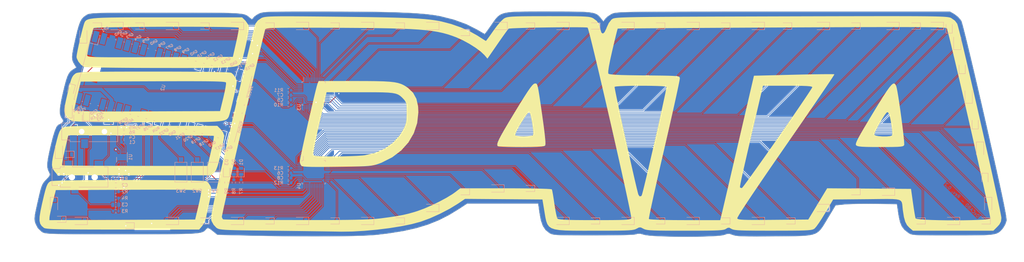
<source format=kicad_pcb>
(kicad_pcb (version 20221018) (generator pcbnew)
  (title_block (title "DATA Loading") (date "2024-02-17") (rev "0.2"))
  (layers (0 "F.Cu" signal) (31 "B.Cu" signal) (34 "B.Paste" user) (35 "F.Paste" user) (36 "B.SilkS" user "B.Silkscreen") (37 "F.SilkS" user "F.Silkscreen") (38 "B.Mask" user) (39 "F.Mask" user) (44 "Edge.Cuts" user))
  (net 0 "")
  (net 1 "+3V3")
  (net 2 "GND")
  (net 3 "/LEFT")
  (net 4 "/LEFT_{RAW}")
  (net 5 "/RIGHT")
  (net 6 "/RIGHT_{RAW}")
  (net 7 "Net-(D1-K)")
  (net 8 "/LED_{1}")
  (net 9 "Net-(D2-K)")
  (net 10 "/LED_{2}")
  (net 11 "Net-(D3-K)")
  (net 12 "/LED_{3}")
  (net 13 "/White LED/D0.00")
  (net 14 "/White LED/D0.02")
  (net 15 "/White LED/D0.04")
  (net 16 "/White LED/D0.06")
  (net 17 "/White LED/D0.08")
  (net 18 "/White LED/D0.10")
  (net 19 "/White LED/D0.12")
  (net 20 "/White LED/D0.14")
  (net 21 "/White LED/D0.16")
  (net 22 "/White LED/D0.18")
  (net 23 "/White LED/D0.20")
  (net 24 "/White LED/D0.22")
  (net 25 "/White LED/D0.24")
  (net 26 "/White LED/D0.26")
  (net 27 "/White LED/D0.28")
  (net 28 "/White LED/D0.30")
  (net 29 "/White LED/D0.32")
  (net 30 "/White LED/D0.34")
  (net 31 "/White LED/D1.00")
  (net 32 "/White LED/D1.02")
  (net 33 "/White LED/D1.04")
  (net 34 "/White LED/D1.06")
  (net 35 "/White LED/D1.08")
  (net 36 "/White LED/D1.10")
  (net 37 "/White LED/D1.12")
  (net 38 "/White LED/D1.14")
  (net 39 "/White LED/D1.16")
  (net 40 "/White LED/D1.18")
  (net 41 "/White LED/D1.20")
  (net 42 "/White LED/D1.22")
  (net 43 "/White LED/D1.24")
  (net 44 "/White LED/D1.26")
  (net 45 "/White LED/D1.28")
  (net 46 "/White LED/D1.30")
  (net 47 "/White LED/D1.32")
  (net 48 "/White LED/D1.34")
  (net 49 "/White LED/D0.01")
  (net 50 "/White LED/D0.03")
  (net 51 "/White LED/D0.05")
  (net 52 "/White LED/D0.07")
  (net 53 "/White LED/D0.09")
  (net 54 "/White LED/D0.11")
  (net 55 "/White LED/D0.13")
  (net 56 "/White LED/D0.15")
  (net 57 "/White LED/D0.17")
  (net 58 "/White LED/D0.19")
  (net 59 "/White LED/D0.21")
  (net 60 "/White LED/D0.23")
  (net 61 "/White LED/D0.25")
  (net 62 "/White LED/D0.27")
  (net 63 "/White LED/D0.29")
  (net 64 "/White LED/D0.31")
  (net 65 "/White LED/D0.33")
  (net 66 "/White LED/D0.35")
  (net 67 "/White LED/D1.01")
  (net 68 "/White LED/D1.03")
  (net 69 "/White LED/D1.05")
  (net 70 "/White LED/D1.07")
  (net 71 "/White LED/D1.09")
  (net 72 "/White LED/D1.11")
  (net 73 "/White LED/D1.13")
  (net 74 "/White LED/D1.15")
  (net 75 "/White LED/D1.17")
  (net 76 "/White LED/D1.19")
  (net 77 "/White LED/D1.21")
  (net 78 "/White LED/D1.23")
  (net 79 "/White LED/D1.25")
  (net 80 "/White LED/D1.27")
  (net 81 "/White LED/D1.29")
  (net 82 "/White LED/D1.31")
  (net 83 "/White LED/D1.33")
  (net 84 "/White LED/D1.35")
  (net 85 "/BUT_{1}")
  (net 86 "/BUT_{2}")
  (net 87 "/SDA")
  (net 88 "/SCL")
  (net 89 "/~{SHTDN}_{1}")
  (net 90 "Net-(U3-R_EXT)")
  (net 91 "/~{SHTDN}_{2}")
  (net 92 "Net-(U4-R_EXT)")
  (net 93 "/RUN")
  (net 114 "/PAD_{0}")
  (net 115 "/PAD_{1}")
  (net 116 "/PAD_{2}")
  (net 117 "/PAD_{3}")
  (net 118 "/PAD_{DA}")
  (net 119 "/PAD_{TA}")
  (footprint "logo:fill" (layer "F.Cu") (at 207 122)
    (fp_text reference "J3" hide)
    (fp_text value "BOARD" hide)
  )
  (footprint "logo:outline" (layer "F.Cu") (at 207 122)
    (fp_text reference "G***" hide)
    (fp_text value "LOGO" hide)
    (fp_line (start -148.995133 29.164284) (end -148.987558 29.093989) (stroke (width 0.1)) (layer "Edge.Cuts"))
    (fp_line (start -148.987558 29.093989) (end -148.902017 28.300153) (stroke (width 0.1)) (layer "Edge.Cuts"))
    (fp_line (start -148.969386 29.815517) (end -148.995133 29.164284) (stroke (width 0.1)) (layer "Edge.Cuts"))
    (fp_line (start -148.902017 28.300153) (end -148.678406 27.085926) (stroke (width 0.1)) (layer "Edge.Cuts"))
    (fp_line (start -148.836409 30.391052) (end -148.969386 29.815517) (stroke (width 0.1)) (layer "Edge.Cuts"))
    (fp_line (start -148.678406 27.085926) (end -148.312665 25.384404) (stroke (width 0.1)) (layer "Edge.Cuts"))
    (fp_line (start -148.607834 31.028087) (end -148.836409 30.391052) (stroke (width 0.1)) (layer "Edge.Cuts"))
    (fp_line (start -148.312665 25.384404) (end -148.016809 24.057546) (stroke (width 0.1)) (layer "Edge.Cuts"))
    (fp_line (start -148.016809 24.057546) (end -147.540628 21.969359) (stroke (width 0.1)) (layer "Edge.Cuts"))
    (fp_line (start -147.972327 32.23582) (end -148.607834 31.028087) (stroke (width 0.1)) (layer "Edge.Cuts"))
    (fp_line (start -147.540628 21.969359) (end -147.161397 20.455823) (stroke (width 0.1)) (layer "Edge.Cuts"))
    (fp_line (start -147.161397 20.455823) (end -146.827491 19.381245) (stroke (width 0.1)) (layer "Edge.Cuts"))
    (fp_line (start -146.827491 19.381245) (end -146.487287 18.609935) (stroke (width 0.1)) (layer "Edge.Cuts"))
    (fp_line (start -146.79911 33.368398) (end -147.972327 32.23582) (stroke (width 0.1)) (layer "Edge.Cuts"))
    (fp_line (start -146.637362 33.465063) (end -146.79911 33.368398) (stroke (width 0.1)) (layer "Edge.Cuts"))
    (fp_line (start -146.487287 18.609935) (end -146.08916 18.0062) (stroke (width 0.1)) (layer "Edge.Cuts"))
    (fp_line (start -146.366154 33.599726) (end -146.637362 33.465063) (stroke (width 0.1)) (layer "Edge.Cuts"))
    (fp_line (start -146.08916 18.0062) (end -145.581486 17.434349) (stroke (width 0.1)) (layer "Edge.Cuts"))
    (fp_line (start -146.02693 33.714165) (end -146.366154 33.599726) (stroke (width 0.1)) (layer "Edge.Cuts"))
    (fp_line (start -145.581486 17.434349) (end -145.442895 17.292148) (stroke (width 0.1)) (layer "Edge.Cuts"))
    (fp_line (start -145.564882 33.810025) (end -146.02693 33.714165) (stroke (width 0.1)) (layer "Edge.Cuts"))
    (fp_line (start -145.442895 17.292148) (end -144.662369 16.464174) (stroke (width 0.1)) (layer "Edge.Cuts"))
    (fp_line (start -145.07851 12.389011) (end -144.921369 11.099935) (stroke (width 0.1)) (layer "Edge.Cuts"))
    (fp_line (start -145.072546 13.362128) (end -145.07851 12.389011) (stroke (width 0.1)) (layer "Edge.Cuts"))
    (fp_line (start -144.925203 33.88895) (end -145.564882 33.810025) (stroke (width 0.1)) (layer "Edge.Cuts"))
    (fp_line (start -144.921369 11.099935) (end -144.592202 9.369802) (stroke (width 0.1)) (layer "Edge.Cuts"))
    (fp_line (start -144.912396 14.144385) (end -145.072546 13.362128) (stroke (width 0.1)) (layer "Edge.Cuts"))
    (fp_line (start -144.662369 16.464174) (end -144.322685 15.918066) (stroke (width 0.1)) (layer "Edge.Cuts"))
    (fp_line (start -144.60698 14.860882) (end -144.912396 14.144385) (stroke (width 0.1)) (layer "Edge.Cuts"))
    (fp_line (start -144.592202 9.369802) (end -144.082089 7.073512) (stroke (width 0.1)) (layer "Edge.Cuts"))
    (fp_line (start -144.346178 15.427939) (end -144.60698 14.860882) (stroke (width 0.1)) (layer "Edge.Cuts"))
    (fp_line (start -144.322685 15.918066) (end -144.346178 15.427939) (stroke (width 0.1)) (layer "Edge.Cuts"))
    (fp_line (start -144.082089 7.073512) (end -144.038141 6.883) (stroke (width 0.1)) (layer "Edge.Cuts"))
    (fp_line (start -144.053083 33.952586) (end -144.925203 33.88895) (stroke (width 0.1)) (layer "Edge.Cuts"))
    (fp_line (start -144.038141 6.883) (end -143.360885 4.186534) (stroke (width 0.1)) (layer "Edge.Cuts"))
    (fp_line (start -143.360885 4.186534) (end -142.739915 2.200735) (stroke (width 0.1)) (layer "Edge.Cuts"))
    (fp_line (start -142.893715 34.002575) (end -144.053083 33.952586) (stroke (width 0.1)) (layer "Edge.Cuts"))
    (fp_line (start -142.739915 2.200735) (end -142.176693 0.929461) (stroke (width 0.1)) (layer "Edge.Cuts"))
    (fp_line (start -142.176693 0.929461) (end -141.67268 0.376569) (stroke (width 0.1)) (layer "Edge.Cuts"))
    (fp_line (start -141.67268 0.376569) (end -141.563268 0.351317) (stroke (width 0.1)) (layer "Edge.Cuts"))
    (fp_line (start -141.563268 0.351317) (end -141.124577 0.146287) (stroke (width 0.1)) (layer "Edge.Cuts"))
    (fp_line (start -141.39229 34.040564) (end -142.893715 34.002575) (stroke (width 0.1)) (layer "Edge.Cuts"))
    (fp_line (start -141.232942 -4.006154) (end -141.078526 -5.517994) (stroke (width 0.1)) (layer "Edge.Cuts"))
    (fp_line (start -141.169019 -2.867835) (end -141.232942 -4.006154) (stroke (width 0.1)) (layer "Edge.Cuts"))
    (fp_line (start -141.124577 0.146287) (end -140.644015 -0.181627) (stroke (width 0.1)) (layer "Edge.Cuts"))
    (fp_line (start -141.078526 -5.517994) (end -140.705529 -7.525424) (stroke (width 0.1)) (layer "Edge.Cuts"))
    (fp_line (start -140.886997 -1.98097) (end -141.169019 -2.867835) (stroke (width 0.1)) (layer "Edge.Cuts"))
    (fp_line (start -140.705529 -7.525424) (end -140.371709 -9.040455) (stroke (width 0.1)) (layer "Edge.Cuts"))
    (fp_line (start -140.644015 -0.181627) (end -140.187797 -0.680015) (stroke (width 0.1)) (layer "Edge.Cuts"))
    (fp_line (start -140.387116 -1.223491) (end -140.886997 -1.98097) (stroke (width 0.1)) (layer "Edge.Cuts"))
    (fp_line (start -140.371709 -9.040455) (end -139.804302 -11.435428) (stroke (width 0.1)) (layer "Edge.Cuts"))
    (fp_line (start -140.339974 -1.164678) (end -140.387116 -1.223491) (stroke (width 0.1)) (layer "Edge.Cuts"))
    (fp_line (start -140.187797 -0.680015) (end -140.339974 -1.164678) (stroke (width 0.1)) (layer "Edge.Cuts"))
    (fp_line (start -139.804302 -11.435428) (end -139.320371 -13.226577) (stroke (width 0.1)) (layer "Edge.Cuts"))
    (fp_line (start -139.494001 34.068196) (end -141.39229 34.040564) (stroke (width 0.1)) (layer "Edge.Cuts"))
    (fp_line (start -139.320371 -13.226577) (end -138.873806 -14.524131) (stroke (width 0.1)) (layer "Edge.Cuts"))
    (fp_line (start -138.873806 -14.524131) (end -138.4185 -15.438318) (stroke (width 0.1)) (layer "Edge.Cuts"))
    (fp_line (start -138.4185 -15.438318) (end -137.908345 -16.079366) (stroke (width 0.1)) (layer "Edge.Cuts"))
    (fp_line (start -137.908345 -16.079366) (end -137.297232 -16.557502) (stroke (width 0.1)) (layer "Edge.Cuts"))
    (fp_line (start -137.461994 -20.48551) (end -137.359616 -21.588155) (stroke (width 0.1)) (layer "Edge.Cuts"))
    (fp_line (start -137.40738 -19.657145) (end -137.461994 -20.48551) (stroke (width 0.1)) (layer "Edge.Cuts"))
    (fp_line (start -137.359616 -21.588155) (end -137.093189 -23.089825) (stroke (width 0.1)) (layer "Edge.Cuts"))
    (fp_line (start -137.297232 -16.557502) (end -137.202555 -16.616761) (stroke (width 0.1)) (layer "Edge.Cuts"))
    (fp_line (start -137.20283 -18.978318) (end -137.40738 -19.657145) (stroke (width 0.1)) (layer "Edge.Cuts"))
    (fp_line (start -137.202555 -16.616761) (end -136.19177 -17.235714) (stroke (width 0.1)) (layer "Edge.Cuts"))
    (fp_line (start -137.144039 34.087117) (end -139.494001 34.068196) (stroke (width 0.1)) (layer "Edge.Cuts"))
    (fp_line (start -137.093189 -23.089825) (end -136.655655 -25.115261) (stroke (width 0.1)) (layer "Edge.Cuts"))
    (fp_line (start -136.855403 -18.324286) (end -137.20283 -18.978318) (stroke (width 0.1)) (layer "Edge.Cuts"))
    (fp_line (start -136.655655 -25.115261) (end -136.410387 -26.190308) (stroke (width 0.1)) (layer "Edge.Cuts"))
    (fp_line (start -136.410387 -26.190308) (end -135.867943 -28.455244) (stroke (width 0.1)) (layer "Edge.Cuts"))
    (fp_line (start -136.19177 -17.235714) (end -136.855403 -18.324286) (stroke (width 0.1)) (layer "Edge.Cuts"))
    (fp_line (start -135.867943 -28.455244) (end -135.400112 -30.128604) (stroke (width 0.1)) (layer "Edge.Cuts"))
    (fp_line (start -135.400112 -30.128604) (end -134.950092 -31.332529) (stroke (width 0.1)) (layer "Edge.Cuts"))
    (fp_line (start -134.950092 -31.332529) (end -134.461084 -32.189161) (stroke (width 0.1)) (layer "Edge.Cuts"))
    (fp_line (start -134.461084 -32.189161) (end -133.876286 -32.820641) (stroke (width 0.1)) (layer "Edge.Cuts"))
    (fp_line (start -134.287595 34.09897) (end -137.144039 34.087117) (stroke (width 0.1)) (layer "Edge.Cuts"))
    (fp_line (start -133.876286 -32.820641) (end -133.138899 -33.34911) (stroke (width 0.1)) (layer "Edge.Cuts"))
    (fp_line (start -133.138899 -33.34911) (end -133.058142 -33.398824) (stroke (width 0.1)) (layer "Edge.Cuts"))
    (fp_line (start -133.058142 -33.398824) (end -132.802002 -33.541032) (stroke (width 0.1)) (layer "Edge.Cuts"))
    (fp_line (start -132.802002 -33.541032) (end -132.498714 -33.6628) (stroke (width 0.1)) (layer "Edge.Cuts"))
    (fp_line (start -132.498714 -33.6628) (end -132.093398 -33.765715) (stroke (width 0.1)) (layer "Edge.Cuts"))
    (fp_line (start -132.093398 -33.765715) (end -131.531177 -33.851363) (stroke (width 0.1)) (layer "Edge.Cuts"))
    (fp_line (start -131.531177 -33.851363) (end -130.757171 -33.921331) (stroke (width 0.1)) (layer "Edge.Cuts"))
    (fp_line (start -130.869862 34.1054) (end -134.287595 34.09897) (stroke (width 0.1)) (layer "Edge.Cuts"))
    (fp_line (start -130.757171 -33.921331) (end -129.716504 -33.977206) (stroke (width 0.1)) (layer "Edge.Cuts"))
    (fp_line (start -129.716504 -33.977206) (end -128.354295 -34.020576) (stroke (width 0.1)) (layer "Edge.Cuts"))
    (fp_line (start -128.354295 -34.020576) (end -126.615667 -34.053027) (stroke (width 0.1)) (layer "Edge.Cuts"))
    (fp_line (start -126.836031 34.108053) (end -130.869862 34.1054) (stroke (width 0.1)) (layer "Edge.Cuts"))
    (fp_line (start -126.615667 -34.053027) (end -124.445742 -34.076145) (stroke (width 0.1)) (layer "Edge.Cuts"))
    (fp_line (start -124.445742 -34.076145) (end -121.789641 -34.091519) (stroke (width 0.1)) (layer "Edge.Cuts"))
    (fp_line (start -122.131294 34.108571) (end -126.836031 34.108053) (stroke (width 0.1)) (layer "Edge.Cuts"))
    (fp_line (start -121.789641 -34.091519) (end -118.592485 -34.100735) (stroke (width 0.1)) (layer "Edge.Cuts"))
    (fp_line (start -120.475556 34.108562) (end -122.131294 34.108571) (stroke (width 0.1)) (layer "Edge.Cuts"))
    (fp_line (start -118.592485 -34.100735) (end -114.799397 -34.10538) (stroke (width 0.1)) (layer "Edge.Cuts"))
    (fp_line (start -115.879081 34.107455) (end -120.475556 34.108562) (stroke (width 0.1)) (layer "Edge.Cuts"))
    (fp_line (start -114.799397 -34.10538) (end -110.355498 -34.107041) (stroke (width 0.1)) (layer "Edge.Cuts"))
    (fp_line (start -111.937193 34.102161) (end -115.879081 34.107455) (stroke (width 0.1)) (layer "Edge.Cuts"))
    (fp_line (start -110.355498 -34.107041) (end -108.561145 -34.107215) (stroke (width 0.1)) (layer "Edge.Cuts"))
    (fp_line (start -108.596303 34.08938) (end -111.937193 34.102161) (stroke (width 0.1)) (layer "Edge.Cuts"))
    (fp_line (start -108.561145 -34.107215) (end -103.801851 -34.107086) (stroke (width 0.1)) (layer "Edge.Cuts"))
    (fp_line (start -105.802824 34.065811) (end -108.596303 34.08938) (stroke (width 0.1)) (layer "Edge.Cuts"))
    (fp_line (start -103.801851 -34.107086) (end -99.713239 -34.10394) (stroke (width 0.1)) (layer "Edge.Cuts"))
    (fp_line (start -103.503167 34.028155) (end -105.802824 34.065811) (stroke (width 0.1)) (layer "Edge.Cuts"))
    (fp_line (start -101.643744 33.973111) (end -103.503167 34.028155) (stroke (width 0.1)) (layer "Edge.Cuts"))
    (fp_line (start -100.170968 33.89738) (end -101.643744 33.973111) (stroke (width 0.1)) (layer "Edge.Cuts"))
    (fp_line (start -99.713239 -34.10394) (end -96.240279 -34.094533) (stroke (width 0.1)) (layer "Edge.Cuts"))
    (fp_line (start -99.031251 33.797661) (end -100.170968 33.89738) (stroke (width 0.1)) (layer "Edge.Cuts"))
    (fp_line (start -98.171005 33.670655) (end -99.031251 33.797661) (stroke (width 0.1)) (layer "Edge.Cuts"))
    (fp_line (start -97.536642 33.51306) (end -98.171005 33.670655) (stroke (width 0.1)) (layer "Edge.Cuts"))
    (fp_line (start -97.074574 33.321578) (end -97.536642 33.51306) (stroke (width 0.1)) (layer "Edge.Cuts"))
    (fp_line (start -96.731213 33.092907) (end -97.074574 33.321578) (stroke (width 0.1)) (layer "Edge.Cuts"))
    (fp_line (start -96.452972 32.823748) (end -96.731213 33.092907) (stroke (width 0.1)) (layer "Edge.Cuts"))
    (fp_line (start -96.240279 -34.094533) (end -93.32794 -34.075619) (stroke (width 0.1)) (layer "Edge.Cuts"))
    (fp_line (start -96.186263 32.510801) (end -96.452972 32.823748) (stroke (width 0.1)) (layer "Edge.Cuts"))
    (fp_line (start -96.040383 32.354792) (end -96.186263 32.510801) (stroke (width 0.1)) (layer "Edge.Cuts"))
    (fp_line (start -95.682066 32.219519) (end -96.040383 32.354792) (stroke (width 0.1)) (layer "Edge.Cuts"))
    (fp_line (start -95.153518 32.455719) (end -95.682066 32.219519) (stroke (width 0.1)) (layer "Edge.Cuts"))
    (fp_line (start -94.271484 33.121876) (end -95.153518 32.455719) (stroke (width 0.1)) (layer "Edge.Cuts"))
    (fp_line (start -93.32794 -34.075619) (end -90.92119 -34.043953) (stroke (width 0.1)) (layer "Edge.Cuts"))
    (fp_line (start -92.819015 34.29) (end -94.271484 33.121876) (stroke (width 0.1)) (layer "Edge.Cuts"))
    (fp_line (start -90.92119 -34.043953) (end -88.964997 -33.996289) (stroke (width 0.1)) (layer "Edge.Cuts"))
    (fp_line (start -88.964997 -33.996289) (end -87.404332 -33.929384) (stroke (width 0.1)) (layer "Edge.Cuts"))
    (fp_line (start -87.404332 -33.929384) (end -86.184162 -33.83999) (stroke (width 0.1)) (layer "Edge.Cuts"))
    (fp_line (start -86.184162 -33.83999) (end -85.249456 -33.724864) (stroke (width 0.1)) (layer "Edge.Cuts"))
    (fp_line (start -85.249456 -33.724864) (end -84.545183 -33.58076) (stroke (width 0.1)) (layer "Edge.Cuts"))
    (fp_line (start -84.78165 34.488035) (end -92.819015 34.29) (stroke (width 0.1)) (layer "Edge.Cuts"))
    (fp_line (start -84.545183 -33.58076) (end -84.016312 -33.404432) (stroke (width 0.1)) (layer "Edge.Cuts"))
    (fp_line (start -84.016312 -33.404432) (end -83.607811 -33.192636) (stroke (width 0.1)) (layer "Edge.Cuts"))
    (fp_line (start -83.607811 -33.192636) (end -83.264649 -32.942127) (stroke (width 0.1)) (layer "Edge.Cuts"))
    (fp_line (start -83.264649 -32.942127) (end -82.931795 -32.649658) (stroke (width 0.1)) (layer "Edge.Cuts"))
    (fp_line (start -82.931795 -32.649658) (end -82.868518 -32.592115) (stroke (width 0.1)) (layer "Edge.Cuts"))
    (fp_line (start -82.868518 -32.592115) (end -82.294827 -32.148008) (stroke (width 0.1)) (layer "Edge.Cuts"))
    (fp_line (start -82.628372 34.538498) (end -84.78165 34.488035) (stroke (width 0.1)) (layer "Edge.Cuts"))
    (fp_line (start -82.294827 -32.148008) (end -81.999497 -32.214331) (stroke (width 0.1)) (layer "Edge.Cuts"))
    (fp_line (start -81.999497 -32.214331) (end -81.88834 -32.439637) (stroke (width 0.1)) (layer "Edge.Cuts"))
    (fp_line (start -81.88834 -32.439637) (end -81.453926 -32.930627) (stroke (width 0.1)) (layer "Edge.Cuts"))
    (fp_line (start -81.453926 -32.930627) (end -80.61068 -33.516505) (stroke (width 0.1)) (layer "Edge.Cuts"))
    (fp_line (start -80.61068 -33.516505) (end -80.223563 -33.72932) (stroke (width 0.1)) (layer "Edge.Cuts"))
    (fp_line (start -80.223563 -33.72932) (end -79.8756 -33.895735) (stroke (width 0.1)) (layer "Edge.Cuts"))
    (fp_line (start -79.8756 -33.895735) (end -79.497663 -34.035163) (stroke (width 0.1)) (layer "Edge.Cuts"))
    (fp_line (start -79.497663 -34.035163) (end -79.026173 -34.149935) (stroke (width 0.1)) (layer "Edge.Cuts"))
    (fp_line (start -79.026173 -34.149935) (end -78.397554 -34.242381) (stroke (width 0.1)) (layer "Edge.Cuts"))
    (fp_line (start -78.397554 -34.242381) (end -77.548225 -34.31483) (stroke (width 0.1)) (layer "Edge.Cuts"))
    (fp_line (start -77.548225 -34.31483) (end -76.414608 -34.369612) (stroke (width 0.1)) (layer "Edge.Cuts"))
    (fp_line (start -77.546628 34.637639) (end -82.628372 34.538498) (stroke (width 0.1)) (layer "Edge.Cuts"))
    (fp_line (start -76.414608 -34.369612) (end -74.933125 -34.409058) (stroke (width 0.1)) (layer "Edge.Cuts"))
    (fp_line (start -74.933125 -34.409058) (end -73.040198 -34.435496) (stroke (width 0.1)) (layer "Edge.Cuts"))
    (fp_line (start -73.040198 -34.435496) (end -70.672247 -34.451257) (stroke (width 0.1)) (layer "Edge.Cuts"))
    (fp_line (start -72.541445 34.708569) (end -77.546628 34.637639) (stroke (width 0.1)) (layer "Edge.Cuts"))
    (fp_line (start -70.672247 -34.451257) (end -67.765695 -34.45867) (stroke (width 0.1)) (layer "Edge.Cuts"))
    (fp_line (start -67.765695 -34.45867) (end -64.256962 -34.460066) (stroke (width 0.1)) (layer "Edge.Cuts"))
    (fp_line (start -67.684903 34.751619) (end -72.541445 34.708569) (stroke (width 0.1)) (layer "Edge.Cuts"))
    (fp_line (start -64.256962 -34.460066) (end -60.339456 -34.457963) (stroke (width 0.1)) (layer "Edge.Cuts"))
    (fp_line (start -63.04908 34.767121) (end -67.684903 34.751619) (stroke (width 0.1)) (layer "Edge.Cuts"))
    (fp_line (start -60.339456 -34.457963) (end -54.386628 -34.443917) (stroke (width 0.1)) (layer "Edge.Cuts"))
    (fp_line (start -58.706058 34.755406) (end -63.04908 34.767121) (stroke (width 0.1)) (layer "Edge.Cuts"))
    (fp_line (start -54.727914 34.716806) (end -58.706058 34.755406) (stroke (width 0.1)) (layer "Edge.Cuts"))
    (fp_line (start -54.386628 -34.443917) (end -49.1084 -34.409648) (stroke (width 0.1)) (layer "Edge.Cuts"))
    (fp_line (start -51.186729 34.65165) (end -54.727914 34.716806) (stroke (width 0.1)) (layer "Edge.Cuts"))
    (fp_line (start -49.1084 -34.409648) (end -44.453889 -34.35313) (stroke (width 0.1)) (layer "Edge.Cuts"))
    (fp_line (start -48.15458 34.560271) (end -51.186729 34.65165) (stroke (width 0.1)) (layer "Edge.Cuts"))
    (fp_line (start -45.703549 34.443001) (end -48.15458 34.560271) (stroke (width 0.1)) (layer "Edge.Cuts"))
    (fp_line (start -44.453889 -34.35313) (end -40.372207 -34.272341) (stroke (width 0.1)) (layer "Edge.Cuts"))
    (fp_line (start -43.905714 34.300169) (end -45.703549 34.443001) (stroke (width 0.1)) (layer "Edge.Cuts"))
    (fp_line (start -40.372207 -34.272341) (end -36.812471 -34.165256) (stroke (width 0.1)) (layer "Edge.Cuts"))
    (fp_line (start -40.147814 33.845298) (end -43.905714 34.300169) (stroke (width 0.1)) (layer "Edge.Cuts"))
    (fp_line (start -36.812471 -34.165256) (end -33.723794 -34.029851) (stroke (width 0.1)) (layer "Edge.Cuts"))
    (fp_line (start -35.669059 33.123586) (end -40.147814 33.845298) (stroke (width 0.1)) (layer "Edge.Cuts"))
    (fp_line (start -33.723794 -34.029851) (end -31.055292 -33.864102) (stroke (width 0.1)) (layer "Edge.Cuts"))
    (fp_line (start -31.697338 32.236238) (end -35.669059 33.123586) (stroke (width 0.1)) (layer "Edge.Cuts"))
    (fp_line (start -31.055292 -33.864102) (end -28.756078 -33.665984) (stroke (width 0.1)) (layer "Edge.Cuts"))
    (fp_line (start -28.756078 -33.665984) (end -26.775269 -33.433475) (stroke (width 0.1)) (layer "Edge.Cuts"))
    (fp_line (start -28.111458 31.144987) (end -31.697338 32.236238) (stroke (width 0.1)) (layer "Edge.Cuts"))
    (fp_line (start -26.775269 -33.433475) (end -25.061979 -33.164549) (stroke (width 0.1)) (layer "Edge.Cuts"))
    (fp_line (start -25.061979 -33.164549) (end -24.339538 -33.02599) (stroke (width 0.1)) (layer "Edge.Cuts"))
    (fp_line (start -24.790224 29.811571) (end -28.111458 31.144987) (stroke (width 0.1)) (layer "Edge.Cuts"))
    (fp_line (start -24.339538 -33.02599) (end -20.122312 -31.955446) (stroke (width 0.1)) (layer "Edge.Cuts"))
    (fp_line (start -21.612441 28.197722) (end -24.790224 29.811571) (stroke (width 0.1)) (layer "Edge.Cuts"))
    (fp_line (start -20.122312 -31.955446) (end -16.281654 -30.556915) (stroke (width 0.1)) (layer "Edge.Cuts"))
    (fp_line (start -18.456916 26.265178) (end -21.612441 28.197722) (stroke (width 0.1)) (layer "Edge.Cuts"))
    (fp_line (start -16.281654 -30.556915) (end -12.974579 -28.887782) (stroke (width 0.1)) (layer "Edge.Cuts"))
    (fp_line (start -16.049547 24.674286) (end -18.456916 26.265178) (stroke (width 0.1)) (layer "Edge.Cuts"))
    (fp_line (start -12.974579 -28.887782) (end -12.908574 -28.84819) (stroke (width 0.1)) (layer "Edge.Cuts"))
    (fp_line (start -12.908574 -28.84819) (end -11.834054 -28.210614) (stroke (width 0.1)) (layer "Edge.Cuts"))
    (fp_line (start -11.834054 -28.210614) (end -11.035281 -27.754454) (stroke (width 0.1)) (layer "Edge.Cuts"))
    (fp_line (start -11.035281 -27.754454) (end -10.683 -27.577181) (stroke (width 0.1)) (layer "Edge.Cuts"))
    (fp_line (start -10.683 -27.577181) (end -10.68204 -27.577143) (stroke (width 0.1)) (layer "Edge.Cuts"))
    (fp_line (start -10.68204 -27.577143) (end -10.439504 -27.854826) (stroke (width 0.1)) (layer "Edge.Cuts"))
    (fp_line (start -10.439504 -27.854826) (end -9.885369 -28.599464) (stroke (width 0.1)) (layer "Edge.Cuts"))
    (fp_line (start -9.885369 -28.599464) (end -9.116908 -29.678437) (stroke (width 0.1)) (layer "Edge.Cuts"))
    (fp_line (start -9.116908 -29.678437) (end -8.668152 -30.322896) (stroke (width 0.1)) (layer "Edge.Cuts"))
    (fp_line (start -8.668152 -30.322896) (end -7.961046 -31.350278) (stroke (width 0.1)) (layer "Edge.Cuts"))
    (fp_line (start -7.961046 -31.350278) (end -7.344826 -32.192578) (stroke (width 0.1)) (layer "Edge.Cuts"))
    (fp_line (start -7.344826 -32.192578) (end -6.741846 -32.868144) (stroke (width 0.1)) (layer "Edge.Cuts"))
    (fp_line (start -6.741846 -32.868144) (end -6.074464 -33.395325) (stroke (width 0.1)) (layer "Edge.Cuts"))
    (fp_line (start -6.074464 -33.395325) (end -5.265034 -33.792469) (stroke (width 0.1)) (layer "Edge.Cuts"))
    (fp_line (start -5.265034 -33.792469) (end -4.235911 -34.077925) (stroke (width 0.1)) (layer "Edge.Cuts"))
    (fp_line (start -5.159395 24.674286) (end -16.049547 24.674286) (stroke (width 0.1)) (layer "Edge.Cuts"))
    (fp_line (start -4.235911 -34.077925) (end -2.909453 -34.27004) (stroke (width 0.1)) (layer "Edge.Cuts"))
    (fp_line (start -2.909453 -34.27004) (end -1.208014 -34.387162) (stroke (width 0.1)) (layer "Edge.Cuts"))
    (fp_line (start -1.208014 -34.387162) (end 0.94605 -34.447641) (stroke (width 0.1)) (layer "Edge.Cuts"))
    (fp_line (start 0.94605 -34.447641) (end 3.630382 -34.469823) (stroke (width 0.1)) (layer "Edge.Cuts"))
    (fp_line (start 3.630382 -34.469823) (end 6.922629 -34.472059) (stroke (width 0.1)) (layer "Edge.Cuts"))
    (fp_line (start 5.730757 24.674286) (end -5.159395 24.674286) (stroke (width 0.1)) (layer "Edge.Cuts"))
    (fp_line (start 6.162207 27.713735) (end 5.730757 24.674286) (stroke (width 0.1)) (layer "Edge.Cuts"))
    (fp_line (start 6.564619 29.845509) (end 6.162207 27.713735) (stroke (width 0.1)) (layer "Edge.Cuts"))
    (fp_line (start 6.922629 -34.472059) (end 8.887199 -34.471429) (stroke (width 0.1)) (layer "Edge.Cuts"))
    (fp_line (start 7.166888 31.563349) (end 6.564619 29.845509) (stroke (width 0.1)) (layer "Edge.Cuts"))
    (fp_line (start 8.009724 32.819974) (end 7.166888 31.563349) (stroke (width 0.1)) (layer "Edge.Cuts"))
    (fp_line (start 8.887199 -34.471429) (end 12.521848 -34.468076) (stroke (width 0.1)) (layer "Edge.Cuts"))
    (fp_line (start 9.158826 33.747674) (end 8.009724 32.819974) (stroke (width 0.1)) (layer "Edge.Cuts"))
    (fp_line (start 9.353872 33.861126) (end 9.158826 33.747674) (stroke (width 0.1)) (layer "Edge.Cuts"))
    (fp_line (start 9.725458 34.032982) (end 9.353872 33.861126) (stroke (width 0.1)) (layer "Edge.Cuts"))
    (fp_line (start 10.194104 34.169075) (end 9.725458 34.032982) (stroke (width 0.1)) (layer "Edge.Cuts"))
    (fp_line (start 10.838392 34.273567) (end 10.194104 34.169075) (stroke (width 0.1)) (layer "Edge.Cuts"))
    (fp_line (start 11.736903 34.350623) (end 10.838392 34.273567) (stroke (width 0.1)) (layer "Edge.Cuts"))
    (fp_line (start 12.521848 -34.468076) (end 15.504568 -34.45186) (stroke (width 0.1)) (layer "Edge.Cuts"))
    (fp_line (start 12.968217 34.404405) (end 11.736903 34.350623) (stroke (width 0.1)) (layer "Edge.Cuts"))
    (fp_line (start 14.610917 34.439078) (end 12.968217 34.404405) (stroke (width 0.1)) (layer "Edge.Cuts"))
    (fp_line (start 15.504568 -34.45186) (end 17.909133 -34.413546) (stroke (width 0.1)) (layer "Edge.Cuts"))
    (fp_line (start 16.743583 34.458804) (end 14.610917 34.439078) (stroke (width 0.1)) (layer "Edge.Cuts"))
    (fp_line (start 17.909133 -34.413546) (end 19.809319 -34.343897) (stroke (width 0.1)) (layer "Edge.Cuts"))
    (fp_line (start 19.444797 34.467748) (end 16.743583 34.458804) (stroke (width 0.1)) (layer "Edge.Cuts"))
    (fp_line (start 19.809319 -34.343897) (end 21.278901 -34.233677) (stroke (width 0.1)) (layer "Edge.Cuts"))
    (fp_line (start 21.278901 -34.233677) (end 22.391654 -34.073651) (stroke (width 0.1)) (layer "Edge.Cuts"))
    (fp_line (start 22.391654 -34.073651) (end 23.221354 -33.854582) (stroke (width 0.1)) (layer "Edge.Cuts"))
    (fp_line (start 22.79314 34.470072) (end 19.444797 34.467748) (stroke (width 0.1)) (layer "Edge.Cuts"))
    (fp_line (start 23.221354 -33.854582) (end 23.841775 -33.567235) (stroke (width 0.1)) (layer "Edge.Cuts"))
    (fp_line (start 23.841775 -33.567235) (end 24.326694 -33.202373) (stroke (width 0.1)) (layer "Edge.Cuts"))
    (fp_line (start 24.326694 -33.202373) (end 24.749886 -32.750762) (stroke (width 0.1)) (layer "Edge.Cuts"))
    (fp_line (start 24.749886 -32.750762) (end 24.988002 -32.455771) (stroke (width 0.1)) (layer "Edge.Cuts"))
    (fp_line (start 24.988002 -32.455771) (end 25.786424 -31.440742) (stroke (width 0.1)) (layer "Edge.Cuts"))
    (fp_line (start 25.786424 -31.440742) (end 26.367005 -32.269637) (stroke (width 0.1)) (layer "Edge.Cuts"))
    (fp_line (start 26.367005 -32.269637) (end 27.062529 -32.939633) (stroke (width 0.1)) (layer "Edge.Cuts"))
    (fp_line (start 26.473905 34.459261) (end 22.79314 34.470072) (stroke (width 0.1)) (layer "Edge.Cuts"))
    (fp_line (start 27.062529 -32.939633) (end 28.093343 -33.604539) (stroke (width 0.1)) (layer "Edge.Cuts"))
    (fp_line (start 28.093343 -33.604539) (end 28.44165 -33.777012) (stroke (width 0.1)) (layer "Edge.Cuts"))
    (fp_line (start 28.44165 -33.777012) (end 28.670435 -33.871378) (stroke (width 0.1)) (layer "Edge.Cuts"))
    (fp_line (start 28.670435 -33.871378) (end 28.944508 -33.956579) (stroke (width 0.1)) (layer "Edge.Cuts"))
    (fp_line (start 28.944508 -33.956579) (end 29.30016 -34.033084) (stroke (width 0.1)) (layer "Edge.Cuts"))
    (fp_line (start 29.30016 -34.033084) (end 29.773679 -34.101361) (stroke (width 0.1)) (layer "Edge.Cuts"))
    (fp_line (start 29.614532 34.426457) (end 26.473905 34.459261) (stroke (width 0.1)) (layer "Edge.Cuts"))
    (fp_line (start 29.773679 -34.101361) (end 30.401357 -34.16188) (stroke (width 0.1)) (layer "Edge.Cuts"))
    (fp_line (start 30.401357 -34.16188) (end 31.219484 -34.21511) (stroke (width 0.1)) (layer "Edge.Cuts"))
    (fp_line (start 31.219484 -34.21511) (end 32.264349 -34.261518) (stroke (width 0.1)) (layer "Edge.Cuts"))
    (fp_line (start 32.166533 34.372634) (end 29.614532 34.426457) (stroke (width 0.1)) (layer "Edge.Cuts"))
    (fp_line (start 32.264349 -34.261518) (end 33.572244 -34.301576) (stroke (width 0.1)) (layer "Edge.Cuts"))
    (fp_line (start 33.572244 -34.301576) (end 35.179458 -34.335751) (stroke (width 0.1)) (layer "Edge.Cuts"))
    (fp_line (start 34.095687 34.298768) (end 32.166533 34.372634) (stroke (width 0.1)) (layer "Edge.Cuts"))
    (fp_line (start 35.179458 -34.335751) (end 37.122281 -34.364512) (stroke (width 0.1)) (layer "Edge.Cuts"))
    (fp_line (start 35.367772 34.205835) (end 34.095687 34.298768) (stroke (width 0.1)) (layer "Edge.Cuts"))
    (fp_line (start 35.948567 34.094812) (end 35.367772 34.205835) (stroke (width 0.1)) (layer "Edge.Cuts"))
    (fp_line (start 36.18432 33.994816) (end 35.948567 34.094812) (stroke (width 0.1)) (layer "Edge.Cuts"))
    (fp_line (start 37.035767 33.948384) (end 36.18432 33.994816) (stroke (width 0.1)) (layer "Edge.Cuts"))
    (fp_line (start 37.122281 -34.364512) (end 39.437005 -34.388329) (stroke (width 0.1)) (layer "Edge.Cuts"))
    (fp_line (start 38.295964 34.276241) (end 37.035767 33.948384) (stroke (width 0.1)) (layer "Edge.Cuts"))
    (fp_line (start 38.568255 34.348742) (end 38.295964 34.276241) (stroke (width 0.1)) (layer "Edge.Cuts"))
    (fp_line (start 39.437005 -34.388329) (end 42.159918 -34.40767) (stroke (width 0.1)) (layer "Edge.Cuts"))
    (fp_line (start 39.713637 34.514741) (end 38.568255 34.348742) (stroke (width 0.1)) (layer "Edge.Cuts"))
    (fp_line (start 41.405861 34.650453) (end 39.713637 34.514741) (stroke (width 0.1)) (layer "Edge.Cuts"))
    (fp_line (start 42.159918 -34.40767) (end 45.327312 -34.423004) (stroke (width 0.1)) (layer "Edge.Cuts"))
    (fp_line (start 43.529305 34.755726) (end 41.405861 34.650453) (stroke (width 0.1)) (layer "Edge.Cuts"))
    (fp_line (start 45.327312 -34.423004) (end 48.975476 -34.434801) (stroke (width 0.1)) (layer "Edge.Cuts"))
    (fp_line (start 45.968344 34.83041) (end 43.529305 34.755726) (stroke (width 0.1)) (layer "Edge.Cuts"))
    (fp_line (start 48.607357 34.874354) (end 45.968344 34.83041) (stroke (width 0.1)) (layer "Edge.Cuts"))
    (fp_line (start 48.975476 -34.434801) (end 53.1407 -34.443529) (stroke (width 0.1)) (layer "Edge.Cuts"))
    (fp_line (start 51.33072 34.887406) (end 48.607357 34.874354) (stroke (width 0.1)) (layer "Edge.Cuts"))
    (fp_line (start 53.1407 -34.443529) (end 57.859276 -34.449657) (stroke (width 0.1)) (layer "Edge.Cuts"))
    (fp_line (start 54.022811 34.869414) (end 51.33072 34.887406) (stroke (width 0.1)) (layer "Edge.Cuts"))
    (fp_line (start 56.568006 34.820228) (end 54.022811 34.869414) (stroke (width 0.1)) (layer "Edge.Cuts"))
    (fp_line (start 57.859276 -34.449657) (end 63.167492 -34.453655) (stroke (width 0.1)) (layer "Edge.Cuts"))
    (fp_line (start 58.850682 34.739697) (end 56.568006 34.820228) (stroke (width 0.1)) (layer "Edge.Cuts"))
    (fp_line (start 60.755216 34.627668) (end 58.850682 34.739697) (stroke (width 0.1)) (layer "Edge.Cuts"))
    (fp_line (start 62.165986 34.483991) (end 60.755216 34.627668) (stroke (width 0.1)) (layer "Edge.Cuts"))
    (fp_line (start 62.967369 34.308515) (end 62.165986 34.483991) (stroke (width 0.1)) (layer "Edge.Cuts"))
    (fp_line (start 63.167492 -34.453655) (end 69.10164 -34.455991) (stroke (width 0.1)) (layer "Edge.Cuts"))
    (fp_line (start 63.766243 34.024771) (end 62.967369 34.308515) (stroke (width 0.1)) (layer "Edge.Cuts"))
    (fp_line (start 64.551168 33.997321) (end 63.766243 34.024771) (stroke (width 0.1)) (layer "Edge.Cuts"))
    (fp_line (start 65.528791 34.327205) (end 64.551168 33.997321) (stroke (width 0.1)) (layer "Edge.Cuts"))
    (fp_line (start 65.923099 34.460538) (end 65.528791 34.327205) (stroke (width 0.1)) (layer "Edge.Cuts"))
    (fp_line (start 66.550621 34.586694) (end 65.923099 34.460538) (stroke (width 0.1)) (layer "Edge.Cuts"))
    (fp_line (start 67.426809 34.68066) (end 66.550621 34.586694) (stroke (width 0.1)) (layer "Edge.Cuts"))
    (fp_line (start 68.631143 34.74514) (end 67.426809 34.68066) (stroke (width 0.1)) (layer "Edge.Cuts"))
    (fp_line (start 69.10164 -34.455991) (end 75.698009 -34.457134) (stroke (width 0.1)) (layer "Edge.Cuts"))
    (fp_line (start 70.243101 34.782837) (end 68.631143 34.74514) (stroke (width 0.1)) (layer "Edge.Cuts"))
    (fp_line (start 72.342161 34.796454) (end 70.243101 34.782837) (stroke (width 0.1)) (layer "Edge.Cuts"))
    (fp_line (start 75.007803 34.788694) (end 72.342161 34.796454) (stroke (width 0.1)) (layer "Edge.Cuts"))
    (fp_line (start 75.698009 -34.457134) (end 81.098571 -34.45749) (stroke (width 0.1)) (layer "Edge.Cuts"))
    (fp_line (start 78.319505 34.762261) (end 75.007803 34.788694) (stroke (width 0.1)) (layer "Edge.Cuts"))
    (fp_line (start 78.828089 34.757559) (end 78.319505 34.762261) (stroke (width 0.1)) (layer "Edge.Cuts"))
    (fp_line (start 81.098571 -34.45749) (end 132.261429 -34.45949) (stroke (width 0.1)) (layer "Edge.Cuts"))
    (fp_line (start 82.149395 34.729518) (end 78.828089 34.757559) (stroke (width 0.1)) (layer "Edge.Cuts"))
    (fp_line (start 84.841692 34.692096) (end 82.149395 34.729518) (stroke (width 0.1)) (layer "Edge.Cuts"))
    (fp_line (start 86.989709 34.616594) (end 84.841692 34.692096) (stroke (width 0.1)) (layer "Edge.Cuts"))
    (fp_line (start 88.678175 34.47431) (end 86.989709 34.616594) (stroke (width 0.1)) (layer "Edge.Cuts"))
    (fp_line (start 89.991816 34.236544) (end 88.678175 34.47431) (stroke (width 0.1)) (layer "Edge.Cuts"))
    (fp_line (start 91.015362 33.874594) (end 89.991816 34.236544) (stroke (width 0.1)) (layer "Edge.Cuts"))
    (fp_line (start 91.833541 33.35976) (end 91.015362 33.874594) (stroke (width 0.1)) (layer "Edge.Cuts"))
    (fp_line (start 92.531081 32.66334) (end 91.833541 33.35976) (stroke (width 0.1)) (layer "Edge.Cuts"))
    (fp_line (start 93.19271 31.756635) (end 92.531081 32.66334) (stroke (width 0.1)) (layer "Edge.Cuts"))
    (fp_line (start 93.903157 30.610944) (end 93.19271 31.756635) (stroke (width 0.1)) (layer "Edge.Cuts"))
    (fp_line (start 94.74715 29.197564) (end 93.903157 30.610944) (stroke (width 0.1)) (layer "Edge.Cuts"))
    (fp_line (start 97.147157 25.218571) (end 94.74715 29.197564) (stroke (width 0.1)) (layer "Edge.Cuts"))
    (fp_line (start 99.82715 24.94299) (end 97.147157 25.218571) (stroke (width 0.1)) (layer "Edge.Cuts"))
    (fp_line (start 100.743652 24.875248) (end 99.82715 24.94299) (stroke (width 0.1)) (layer "Edge.Cuts"))
    (fp_line (start 102.438369 24.806352) (end 100.743652 24.875248) (stroke (width 0.1)) (layer "Edge.Cuts"))
    (fp_line (start 104.536929 24.7621) (end 102.438369 24.806352) (stroke (width 0.1)) (layer "Edge.Cuts"))
    (fp_line (start 106.857732 24.746001) (end 104.536929 24.7621) (stroke (width 0.1)) (layer "Edge.Cuts"))
    (fp_line (start 109.219176 24.761562) (end 106.857732 24.746001) (stroke (width 0.1)) (layer "Edge.Cuts"))
    (fp_line (start 115.931208 24.855714) (end 109.219176 24.761562) (stroke (width 0.1)) (layer "Edge.Cuts"))
    (fp_line (start 116.393367 27.94) (end 115.931208 24.855714) (stroke (width 0.1)) (layer "Edge.Cuts"))
    (fp_line (start 116.492365 28.563802) (end 116.393367 27.94) (stroke (width 0.1)) (layer "Edge.Cuts"))
    (fp_line (start 116.893538 30.384366) (end 116.492365 28.563802) (stroke (width 0.1)) (layer "Edge.Cuts"))
    (fp_line (start 117.443572 31.716469) (end 116.893538 30.384366) (stroke (width 0.1)) (layer "Edge.Cuts"))
    (fp_line (start 118.238988 32.745038) (end 117.443572 31.716469) (stroke (width 0.1)) (layer "Edge.Cuts"))
    (fp_line (start 119.37631 33.655) (end 118.238988 32.745038) (stroke (width 0.1)) (layer "Edge.Cuts"))
    (fp_line (start 119.391563 33.665375) (end 119.37631 33.655) (stroke (width 0.1)) (layer "Edge.Cuts"))
    (fp_line (start 119.72729 33.881688) (end 119.391563 33.665375) (stroke (width 0.1)) (layer "Edge.Cuts"))
    (fp_line (start 120.083031 34.055368) (end 119.72729 33.881688) (stroke (width 0.1)) (layer "Edge.Cuts"))
    (fp_line (start 120.537199 34.191092) (end 120.083031 34.055368) (stroke (width 0.1)) (layer "Edge.Cuts"))
    (fp_line (start 121.168203 34.293539) (end 120.537199 34.191092) (stroke (width 0.1)) (layer "Edge.Cuts"))
    (fp_line (start 122.054456 34.367389) (end 121.168203 34.293539) (stroke (width 0.1)) (layer "Edge.Cuts"))
    (fp_line (start 123.274367 34.41732) (end 122.054456 34.367389) (stroke (width 0.1)) (layer "Edge.Cuts"))
    (fp_line (start 124.906348 34.448011) (end 123.274367 34.41732) (stroke (width 0.1)) (layer "Edge.Cuts"))
    (fp_line (start 127.028811 34.46414) (end 124.906348 34.448011) (stroke (width 0.1)) (layer "Edge.Cuts"))
    (fp_line (start 129.720165 34.470386) (end 127.028811 34.46414) (stroke (width 0.1)) (layer "Edge.Cuts"))
    (fp_line (start 132.261429 -34.45949) (end 133.667572 -33.649031) (stroke (width 0.1)) (layer "Edge.Cuts"))
    (fp_line (start 133.058823 34.471428) (end 129.720165 34.470386) (stroke (width 0.1)) (layer "Edge.Cuts"))
    (fp_line (start 133.667572 -33.649031) (end 134.735003 -32.827685) (stroke (width 0.1)) (layer "Edge.Cuts"))
    (fp_line (start 134.735003 -32.827685) (end 135.616632 -31.808615) (stroke (width 0.1)) (layer "Edge.Cuts"))
    (fp_line (start 135.262998 34.471004) (end 133.058823 34.471428) (stroke (width 0.1)) (layer "Edge.Cuts"))
    (fp_line (start 135.616632 -31.808615) (end 135.762368 -31.568571) (stroke (width 0.1)) (layer "Edge.Cuts"))
    (fp_line (start 135.762368 -31.568571) (end 135.947357 -31.025171) (stroke (width 0.1)) (layer "Edge.Cuts"))
    (fp_line (start 135.947357 -31.025171) (end 136.278207 -29.828654) (stroke (width 0.1)) (layer "Edge.Cuts"))
    (fp_line (start 136.278207 -29.828654) (end 136.741692 -28.033968) (stroke (width 0.1)) (layer "Edge.Cuts"))
    (fp_line (start 136.741692 -28.033968) (end 137.324587 -25.696057) (stroke (width 0.1)) (layer "Edge.Cuts"))
    (fp_line (start 137.324587 -25.696057) (end 138.013666 -22.86987) (stroke (width 0.1)) (layer "Edge.Cuts"))
    (fp_line (start 138.013666 -22.86987) (end 138.795704 -19.610351) (stroke (width 0.1)) (layer "Edge.Cuts"))
    (fp_line (start 138.365265 34.463842) (end 135.262998 34.471004) (stroke (width 0.1)) (layer "Edge.Cuts"))
    (fp_line (start 138.795704 -19.610351) (end 139.657475 -15.972448) (stroke (width 0.1)) (layer "Edge.Cuts"))
    (fp_line (start 139.657475 -15.972448) (end 140.585753 -12.011106) (stroke (width 0.1)) (layer "Edge.Cuts"))
    (fp_line (start 140.585753 -12.011106) (end 141.567314 -7.781273) (stroke (width 0.1)) (layer "Edge.Cuts"))
    (fp_line (start 140.866034 34.43933) (end 138.365265 34.463842) (stroke (width 0.1)) (layer "Edge.Cuts"))
    (fp_line (start 141.567314 -7.781273) (end 142.588932 -3.337894) (stroke (width 0.1)) (layer "Edge.Cuts"))
    (fp_line (start 142.588932 -3.337894) (end 143.168623 -0.798683) (stroke (width 0.1)) (layer "Edge.Cuts"))
    (fp_line (start 142.842667 34.386755) (end 140.866034 34.43933) (stroke (width 0.1)) (layer "Edge.Cuts"))
    (fp_line (start 143.168623 -0.798683) (end 144.443733 4.814699) (stroke (width 0.1)) (layer "Edge.Cuts"))
    (fp_line (start 144.372522 34.295407) (end 142.842667 34.386755) (stroke (width 0.1)) (layer "Edge.Cuts"))
    (fp_line (start 144.443733 4.814699) (end 145.559387 9.757279) (stroke (width 0.1)) (layer "Edge.Cuts"))
    (fp_line (start 145.532962 34.154574) (end 144.372522 34.295407) (stroke (width 0.1)) (layer "Edge.Cuts"))
    (fp_line (start 145.559387 9.757279) (end 146.523046 14.064511) (stroke (width 0.1)) (layer "Edge.Cuts"))
    (fp_line (start 146.401345 33.953546) (end 145.532962 34.154574) (stroke (width 0.1)) (layer "Edge.Cuts"))
    (fp_line (start 146.523046 14.064511) (end 147.342173 17.771852) (stroke (width 0.1)) (layer "Edge.Cuts"))
    (fp_line (start 147.055034 33.681611) (end 146.401345 33.953546) (stroke (width 0.1)) (layer "Edge.Cuts"))
    (fp_line (start 147.342173 17.771852) (end 148.024231 20.914755) (stroke (width 0.1)) (layer "Edge.Cuts"))
    (fp_line (start 147.571387 33.328058) (end 147.055034 33.681611) (stroke (width 0.1)) (layer "Edge.Cuts"))
    (fp_line (start 148.024231 20.914755) (end 148.57668 23.528677) (stroke (width 0.1)) (layer "Edge.Cuts"))
    (fp_line (start 148.027766 32.882175) (end 147.571387 33.328058) (stroke (width 0.1)) (layer "Edge.Cuts"))
    (fp_line (start 148.50153 32.333252) (end 148.027766 32.882175) (stroke (width 0.1)) (layer "Edge.Cuts"))
    (fp_line (start 148.559035 32.262947) (end 148.50153 32.333252) (stroke (width 0.1)) (layer "Edge.Cuts"))
    (fp_line (start 148.57668 23.528677) (end 149.006984 25.649073) (stroke (width 0.1)) (layer "Edge.Cuts"))
    (fp_line (start 149.006984 25.649073) (end 149.322605 27.311396) (stroke (width 0.1)) (layer "Edge.Cuts"))
    (fp_line (start 149.23495 31.1488) (end 148.559035 32.262947) (stroke (width 0.1)) (layer "Edge.Cuts"))
    (fp_line (start 149.322605 27.311396) (end 149.531005 28.551104) (stroke (width 0.1)) (layer "Edge.Cuts"))
    (fp_line (start 149.531005 28.551104) (end 149.639646 29.40365) (stroke (width 0.1)) (layer "Edge.Cuts"))
    (fp_line (start 149.639646 29.40365) (end 149.65599 29.90449) (stroke (width 0.1)) (layer "Edge.Cuts"))
    (fp_line (start 149.646437 29.979394) (end 149.23495 31.1488) (stroke (width 0.1)) (layer "Edge.Cuts"))
    (fp_line (start 149.65599 29.90449) (end 149.646437 29.979394) (stroke (width 0.1)) (layer "Edge.Cuts"))
  )
  (footprint "logo:border" (layer "F.Cu") (at 207 122)
    (fp_text reference "G***" hide)
    (fp_text value "LOGO" hide)
  )
  (footprint "LED_SMD:LED_0805_2012Metric" (layer "B.Cu") (at 121.5 136.7375 90)
    (fp_text reference "D1")
    (fp_text value "STAT")
  )
  (footprint "Diode_SMD:D_0805_2012Metric" (layer "B.Cu") (at 130 152 180)
    (fp_text reference "D34" hide)
    (fp_text value "LED")
  )
  (footprint "Resistor_SMD:R_0603_1608Metric" (layer "B.Cu") (at 83 139)
    (fp_text reference "R1")
    (fp_text value "51k")
  )
  (footprint "Diode_SMD:D_0805_2012Metric" (layer "B.Cu") (at 150 92 180)
    (fp_text reference "D9" hide)
    (fp_text value "LED")
  )
  (footprint "Diode_SMD:D_1206_3216Metric" (layer "B.Cu") (at 160 92 180)
    (fp_text reference "D45" hide)
    (fp_text value "LED")
  )
  (footprint "Diode_SMD:D_0805_2012Metric" (layer "B.Cu") (at 330 152 180)
    (fp_text reference "D24" hide)
    (fp_text value "LED")
  )
  (footprint "Diode_SMD:D_0805_2012Metric" (layer "B.Cu") (at 230.0625 92 180)
    (fp_text reference "D13" hide)
    (fp_text value "LED")
  )
  (footprint "Resistor_SMD:R_0603_1608Metric" (layer "B.Cu") (at 136 116.25 180)
    (fp_text reference "R10")
    (fp_text value "51k")
  )
  (footprint "Diode_SMD:D_1206_3216Metric" (layer "B.Cu") (at 201 92 180)
    (fp_text reference "D47" hide)
    (fp_text value "LED")
  )
  (footprint "Diode_SMD:D_0805_2012Metric" (layer "B.Cu") (at 190 143 180)
    (fp_text reference "D31" hide)
    (fp_text value "LED")
  )
  (footprint "Diode_SMD:D_1206_3216Metric" (layer "B.Cu") (at 140 92 180)
    (fp_text reference "D44" hide)
    (fp_text value "LED")
  )
  (footprint "Diode_SMD:D_0805_2012Metric" (layer "B.Cu") (at 210 92 180)
    (fp_text reference "D12" hide)
    (fp_text value "LED")
  )
  (footprint "Package_DFN_QFN:DFN-10-1EP_3x3mm_P0.5mm_EP1.55x2.48mm" (layer "B.Cu") (at 84.88 132.3875 -90)
    (fp_text reference "U1")
    (fp_text value "CAP1206-x-AIA")
  )
  (footprint "Capacitor_SMD:C_0603_1608Metric" (layer "B.Cu") (at 136 113.25 180)
    (fp_text reference "C7")
    (fp_text value "1u")
  )
  (footprint "Diode_SMD:D_0805_2012Metric" (layer "B.Cu") (at 190 94 180)
    (fp_text reference "D11" hide)
    (fp_text value "LED")
  )
  (footprint "Diode_SMD:D_0805_2012Metric" (layer "B.Cu") (at 250 152 180)
    (fp_text reference "D28" hide)
    (fp_text value "LED")
  )
  (footprint "Resistor_SMD:R_0603_1608Metric" (layer "B.Cu") (at 117 140.175 -90)
    (fp_text reference "R9")
    (fp_text value "130")
  )
  (footprint "Capacitor_SMD:C_0603_1608Metric" (layer "B.Cu") (at 85.5 126.25 180)
    (fp_text reference "C4")
    (fp_text value "1u")
  )
  (footprint "Diode_SMD:D_1206_3216Metric" (layer "B.Cu") (at 83 92 180)
    (fp_text reference "D41" hide)
    (fp_text value "LED")
  )
  (footprint "Package_QFP:TQFP-48-1EP_7x7mm_P0.5mm_EP4.11x4.11mm" (layer "B.Cu") (at 143.795 136.955 -90)
    (fp_text reference "U4")
    (fp_text value "IS31FL3236A-TQ")
  )
  (footprint "Diode_SMD:D_1206_3216Metric" (layer "B.Cu") (at 240 92 180)
    (fp_text reference "D49" hide)
    (fp_text value "LED")
  )
  (footprint "Diode_SMD:D_1206_3216Metric" (layer "B.Cu") (at 72 152 180)
    (fp_text reference "D72" hide)
    (fp_text value "LED")
  )
  (footprint "Diode_SMD:D_0805_2012Metric" (layer "B.Cu") (at 310 92 180)
    (fp_text reference "D17" hide)
    (fp_text value "LED")
  )
  (footprint "Diode_SMD:D_0805_2012Metric" (layer "B.Cu") (at 69.242643 111.594445 -105)
    (fp_text reference "D4" hide)
    (fp_text value "LED")
  )
  (footprint "Capacitor_SMD:C_0603_1608Metric" (layer "B.Cu") (at 85.5 127.75)
    (fp_text reference "C1")
    (fp_text value "0u1")
  )
  (footprint "Diode_SMD:D_1206_3216Metric" (layer "B.Cu") (at 240 152 180)
    (fp_text reference "D64" hide)
    (fp_text value "LED")
  )
  (footprint "Resistor_SMD:R_0805_2012Metric" (layer "B.Cu") (at 83 147 180)
    (fp_text reference "C3")
    (fp_text value "10u")
  )
  (footprint "Diode_SMD:D_0805_2012Metric" (layer "B.Cu") (at 87 153.5 180)
    (fp_text reference "D36" hide)
    (fp_text value "LED")
  )
  (footprint "Diode_SMD:D_1206_3216Metric" (layer "B.Cu") (at 64 147 -90)
    (fp_text reference "D73" hide)
    (fp_text value "LED")
  )
  (footprint "Diode_SMD:D_1206_3216Metric" (layer "B.Cu") (at 73 95 90)
    (fp_text reference "D40" hide)
    (fp_text value "LED")
  )
  (footprint "Diode_SMD:D_0805_2012Metric" (layer "B.Cu") (at 343 105 90)
    (fp_text reference "D20" hide)
    (fp_text value "LED")
  )
  (footprint "Diode_SMD:D_0805_2012Metric" (layer "B.Cu") (at 130 92 180)
    (fp_text reference "D8" hide)
    (fp_text value "LED")
  )
  (footprint "Diode_SMD:D_1206_3216Metric" (layer "B.Cu") (at 200 142 180)
    (fp_text reference "D66" hide)
    (fp_text value "LED")
  )
  (footprint "Diode_SMD:D_1206_3216Metric" (layer "B.Cu") (at 220 92 180)
    (fp_text reference "D48" hide)
    (fp_text value "LED")
  )
  (footprint "Button_Switch_SMD:SW_SPST_CK_RS282G05A3" (layer "B.Cu") (at 103 137 -90)
    (fp_text reference "SW3")
    (fp_text value "PTS636")
  )
  (footprint "Diode_SMD:D_1206_3216Metric" (layer "B.Cu") (at 120 92 180)
    (fp_text reference "D43" hide)
    (fp_text value "LED")
  )
  (footprint "Capacitor_SMD:C_0603_1608Metric" (layer "B.Cu") (at 136 114.75 180)
    (fp_text reference "C5")
    (fp_text value "0u1")
  )
  (footprint "Diode_SMD:D_0805_2012Metric" (layer "B.Cu") (at 339 92.5 90)
    (fp_text reference "D19" hide)
    (fp_text value "LED")
  )
  (footprint "Resistor_SMD:R_0603_1608Metric" (layer "B.Cu") (at 85.5 124.75 180)
    (fp_text reference "R6")
    (fp_text value "5k9")
  )
  (footprint "Resistor_SMD:R_0603_1608Metric" (layer "B.Cu") (at 119.25 140.175 -90)
    (fp_text reference "R8")
    (fp_text value "130")
  )
  (footprint "Diode_SMD:D_0805_2012Metric" (layer "B.Cu") (at 289 92 180)
    (fp_text reference "D16" hide)
    (fp_text value "LED")
  )
  (footprint "Diode_SMD:D_1206_3216Metric" (layer "B.Cu") (at 100 92 180)
    (fp_text reference "D42" hide)
    (fp_text value "LED")
  )
  (footprint "Diode_SMD:D_0805_2012Metric" (layer "B.Cu") (at 230 152 180)
    (fp_text reference "D29" hide)
    (fp_text value "LED")
  )
  (footprint "Resistor_SMD:R_0805_2012Metric" (layer "B.Cu") (at 83 141 180)
    (fp_text reference "C2")
    (fp_text value "10u")
  )
  (footprint "Diode_SMD:D_1206_3216Metric" (layer "B.Cu") (at 260 152 180)
    (fp_text reference "D63" hide)
    (fp_text value "LED")
  )
  (footprint "Resistor_SMD:R_0603_1608Metric" (layer "B.Cu") (at 83 143 180)
    (fp_text reference "R2")
    (fp_text value "51k")
  )
  (footprint "Diode_SMD:D_1206_3216Metric" (layer "B.Cu") (at 321.4 92 180)
    (fp_text reference "D53" hide)
    (fp_text value "LED")
  )
  (footprint "Diode_SMD:D_1206_3216Metric" (layer "B.Cu") (at 345 113.5 90)
    (fp_text reference "D56" hide)
    (fp_text value "LED")
  )
  (footprint "Resistor_SMD:R_0603_1608Metric" (layer "B.Cu") (at 121.5 140.175 -90)
    (fp_text reference "R7")
    (fp_text value "130")
  )
  (footprint "Diode_SMD:D_0805_2012Metric" (layer "B.Cu") (at 170 92 180)
    (fp_text reference "D10" hide)
    (fp_text value "LED")
  )
  (footprint "Diode_SMD:D_1206_3216Metric" (layer "B.Cu") (at 68.5 118 90)
    (fp_text reference "D75" hide)
    (fp_text value "LED")
  )
  (footprint "Resistor_SMD:R_0603_1608Metric" (layer "B.Cu") (at 83 149)
    (fp_text reference "R3")
    (fp_text value "51k")
  )
  (footprint "Diode_SMD:D_0805_2012Metric" (layer "B.Cu") (at 310 143 180)
    (fp_text reference "D25" hide)
    (fp_text value "LED")
  )
  (footprint "Diode_SMD:D_1206_3216Metric" (layer "B.Cu") (at 280 152 180)
    (fp_text reference "D62" hide)
    (fp_text value "LED")
  )
  (footprint "RPi_Pico:RPi_Pico_SMD" (layer "B.Cu") (at 97.5 111 -105)
    (fp_text reference "U2")
    (fp_text value "Pico")
  )
  (footprint "Diode_SMD:D_1206_3216Metric" (layer "B.Cu") (at 340 152 180)
    (fp_text reference "D59" hide)
    (fp_text value "LED")
  )
  (footprint "Diode_SMD:D_1206_3216Metric" (layer "B.Cu") (at 140 152 180)
    (fp_text reference "D69" hide)
    (fp_text value "LED")
  )
  (footprint "Diode_SMD:D_1206_3216Metric" (layer "B.Cu") (at 280 92 180)
    (fp_text reference "D51" hide)
    (fp_text value "LED")
  )
  (footprint "logo:tainy" (layer "B.Cu") (at 254.5 140 180)
    (fp_text reference "G***" hide)
    (fp_text value "LOGO" hide)
  )
  (footprint "Diode_SMD:D_1206_3216Metric" (layer "B.Cu") (at 65.5 130.5 90)
    (fp_text reference "D74" hide)
    (fp_text value "LED")
  )
  (footprint "Diode_SMD:D_1206_3216Metric" (layer "B.Cu") (at 220 152 180)
    (fp_text reference "D65" hide)
    (fp_text value "LED")
  )
  (footprint "LED_SMD:LED_0805_2012Metric" (layer "B.Cu") (at 119.25 136.7375 90)
    (fp_text reference "D2")
    (fp_text value "STAT")
  )
  (footprint "Diode_SMD:D_0805_2012Metric" (layer "B.Cu") (at 347 122 90)
    (fp_text reference "D21" hide)
    (fp_text value "LED")
  )
  (footprint "Diode_SMD:D_1206_3216Metric" (layer "B.Cu") (at 100 152 180)
    (fp_text reference "D71" hide)
    (fp_text value "LED")
  )
  (footprint "Diode_SMD:D_0805_2012Metric" (layer "B.Cu") (at 210 142 180)
    (fp_text reference "D30" hide)
    (fp_text value "LED")
  )
  (footprint "Connector_Audio:Jack_3.5mm_CUI_SJ-3523-SMT_Horizontal" (layer "B.Cu") (at 75 124.5 -90)
    (fp_text reference "J2" hide)
    (fp_text value "AudioJack3")
  )
  (footprint "Diode_SMD:D_0805_2012Metric" (layer "B.Cu") (at 150 152 180)
    (fp_text reference "D33" hide)
    (fp_text value "LED")
  )
  (footprint "Button_Switch_SMD:SW_SPST_CK_RS282G05A3" (layer "B.Cu") (at 108 137 -90)
    (fp_text reference "SW2")
    (fp_text value "PTS636")
  )
  (footprint "Diode_SMD:D_0805_2012Metric" (layer "B.Cu") (at 74 119.5 90)
    (fp_text reference "D39" hide)
    (fp_text value "LED")
  )
  (footprint "Resistor_SMD:R_0603_1608Metric" (layer "B.Cu") (at 136 111.75 180)
    (fp_text reference "R11")
    (fp_text value "5k9")
  )
  (footprint "Diode_SMD:D_1206_3216Metric" (layer "B.Cu") (at 160 152 180)
    (fp_text reference "D68" hide)
    (fp_text value "LED")
  )
  (footprint "Package_QFP:TQFP-48-1EP_7x7mm_P0.5mm_EP4.11x4.11mm" (layer "B.Cu") (at 143.795 112.75 -90)
    (fp_text reference "U3")
    (fp_text value "IS31FL3236A-TQ")
  )
  (footprint "Resistor_SMD:R_0603_1608Metric" (layer "B.Cu") (at 85.5 123.25 180)
    (fp_text reference "R5")
    (fp_text value "5k9")
  )
  (footprint "Resistor_SMD:R_0603_1608Metric" (layer "B.Cu") (at 136 135.75 180)
    (fp_text reference "R13")
    (fp_text value "5k9")
  )
  (footprint "Diode_SMD:D_0805_2012Metric" (layer "B.Cu") (at 68.5 131.5 180)
    (fp_text reference "D38" hide)
    (fp_text value "LED")
  )
  (footprint "Button_Switch_SMD:SW_SPST_CK_RS282G05A3" (layer "B.Cu") (at 113 137 -90)
    (fp_text reference "SW1")
    (fp_text value "PTS636")
  )
  (footprint "Diode_SMD:D_1206_3216Metric" (layer "B.Cu") (at 351 147 -90)
    (fp_text reference "D58" hide)
    (fp_text value "LED")
  )
  (footprint "Diode_SMD:D_0805_2012Metric" (layer "B.Cu") (at 290 152 180)
    (fp_text reference "D26" hide)
    (fp_text value "LED")
  )
  (footprint "LED_SMD:LED_0805_2012Metric" (layer "B.Cu") (at 117 136.7375 90)
    (fp_text reference "D3")
    (fp_text value "STAT")
  )
  (footprint "Diode_SMD:D_1206_3216Metric" (layer "B.Cu") (at 348.5 130 -90)
    (fp_text reference "D57" hide)
    (fp_text value "LED")
  )
  (footprint "Diode_SMD:D_0805_2012Metric" (layer "B.Cu") (at 328.5 92 180)
    (fp_text reference "D18" hide)
    (fp_text value "LED")
  )
  (footprint "Diode_SMD:D_1206_3216Metric" (layer "B.Cu") (at 180 148 180)
    (fp_text reference "D67" hide)
    (fp_text value "LED")
  )
  (footprint "Resistor_SMD:R_0603_1608Metric" (layer "B.Cu") (at 83 145 180)
    (fp_text reference "R4")
    (fp_text value "51k")
  )
  (footprint "Diode_SMD:D_0805_2012Metric" (layer "B.Cu") (at 110 92 180)
    (fp_text reference "D7" hide)
    (fp_text value "LED")
  )
  (footprint "Diode_SMD:D_1206_3216Metric" (layer "B.Cu") (at 180 92 180)
    (fp_text reference "D46" hide)
    (fp_text value "LED")
  )
  (footprint "Diode_SMD:D_0805_2012Metric" (layer "B.Cu") (at 250 92 180)
    (fp_text reference "D14" hide)
    (fp_text value "LED")
  )
  (footprint "Diode_SMD:D_0805_2012Metric" (layer "B.Cu") (at 350 152 180)
    (fp_text reference "D23" hide)
    (fp_text value "LED")
  )
  (footprint "Diode_SMD:D_1206_3216Metric" (layer "B.Cu") (at 260 92 180)
    (fp_text reference "D50" hide)
    (fp_text value "LED")
  )
  (footprint "Diode_SMD:D_1206_3216Metric" (layer "B.Cu") (at 300 148 180)
    (fp_text reference "D61" hide)
    (fp_text value "LED")
  )
  (footprint "Diode_SMD:D_0805_2012Metric" (layer "B.Cu") (at 76.9375 92 180)
    (fp_text reference "D5" hide)
    (fp_text value "LED")
  )
  (footprint "Diode_SMD:D_1206_3216Metric" (layer "B.Cu") (at 300 92 180)
    (fp_text reference "D52" hide)
    (fp_text value "LED")
  )
  (footprint "Diode_SMD:D_0805_2012Metric" (layer "B.Cu") (at 170 152 180)
    (fp_text reference "D32" hide)
    (fp_text value "LED")
  )
  (footprint "Diode_SMD:D_0805_2012Metric" (layer "B.Cu") (at 270 152 180)
    (fp_text reference "D27" hide)
    (fp_text value "LED")
  )
  (footprint "Capacitor_SMD:C_0603_1608Metric" (layer "B.Cu") (at 136 138.75 180)
    (fp_text reference "C8")
    (fp_text value "1u")
  )
  (footprint "Diode_SMD:D_0805_2012Metric" (layer "B.Cu") (at 66 151.5 180)
    (fp_text reference "D37" hide)
    (fp_text value "LED")
  )
  (footprint "Diode_SMD:D_0805_2012Metric" (layer "B.Cu") (at 350 139 -90)
    (fp_text reference "D22" hide)
    (fp_text value "LED")
  )
  (footprint "Connector_Audio:Jack_3.5mm_CUI_SJ-3523-SMT_Horizontal" (layer "B.Cu") (at 72 138.5 -90)
    (fp_text reference "J1" hide)
    (fp_text value "AudioJack3")
  )
  (footprint "Resistor_SMD:R_0603_1608Metric" (layer "B.Cu") (at 136 140.25 180)
    (fp_text reference "R12")
    (fp_text value "51k")
  )
  (footprint "Diode_SMD:D_0805_2012Metric" (layer "B.Cu") (at 270 92 180)
    (fp_text reference "D15" hide)
    (fp_text value "LED")
  )
  (footprint "Diode_SMD:D_0805_2012Metric" (layer "B.Cu") (at 110 152 180)
    (fp_text reference "D35" hide)
    (fp_text value "LED")
  )
  (footprint "Diode_SMD:D_1206_3216Metric" (layer "B.Cu") (at 335 92 180)
    (fp_text reference "D54" hide)
    (fp_text value "LED")
  )
  (footprint "Diode_SMD:D_1206_3216Metric" (layer "B.Cu") (at 120 152 180)
    (fp_text reference "D70" hide)
    (fp_text value "LED")
  )
  (footprint "Diode_SMD:D_0805_2012Metric" (layer "B.Cu") (at 90 92 180)
    (fp_text reference "D6" hide)
    (fp_text value "LED")
  )
  (footprint "Diode_SMD:D_1206_3216Metric" (layer "B.Cu") (at 320 143 180)
    (fp_text reference "D60" hide)
    (fp_text value "LED")
  )
  (footprint "Capacitor_SMD:C_0603_1608Metric" (layer "B.Cu") (at 136 137.25 180)
    (fp_text reference "C6")
    (fp_text value "0u1")
  )
  (footprint "Diode_SMD:D_1206_3216Metric" (layer "B.Cu") (at 341.5 97 90)
    (fp_text reference "D55" hide)
    (fp_text value "LED")
  )
  (gr_text "0xCAB0 - Rev. ${REVISION}" (at 347.75 151.25 315) (layer "B.Cu") (effects (font (size 1 1)) (justify left bottom mirror)))
  (segment (start 85.5375 122.4625) (end 86.325 123.25) (width 0.25) (layer "F.Cu") (net 1))
  (segment (start 81 119.5) (end 83.9625 122.4625) (width 0.25) (layer "F.Cu") (net 1))
  (segment (start 94 152.775) (end 86.7875 152.775) (width 0.25) (layer "F.Cu") (net 1))
  (segment (start 151.5 112.8) (end 148.8 115.5) (width 0.25) (layer "F.Cu") (net 1))
  (segment (start 76.6 119.5) (end 81 119.5) (width 0.25) (layer "F.Cu") (net 1))
  (segment (start 148.8 115.5) (end 144.5 115.5) (width 0.25) (layer "F.Cu") (net 1))
  (segment (start 83.9625 122.4625) (end 85.5375 122.4625) (width 0.25) (layer "F.Cu") (net 1))
  (segment (start 86.7875 152.775) (end 86.0625 153.5) (width 0.25) (layer "F.Cu") (net 1))
  (via (at 94 152.775) (size 0.8) (drill 0.4) (layers "F.Cu" "B.Cu") (net 1))
  (via (at 151.5 112.8) (size 0.8) (drill 0.4) (layers "F.Cu" "B.Cu") (net 1))
  (via (at 144.5 115.5) (size 0.8) (drill 0.4) (layers "F.Cu" "B.Cu") (net 1))
  (via (at 86.0625 153.5) (size 0.8) (drill 0.4) (layers "F.Cu" "B.Cu") (net 1))
  (via (at 86.325 123.25) (size 0.8) (drill 0.4) (layers "F.Cu" "B.Cu") (net 1))
  (via (at 76.6 119.5) (size 0.8) (drill 0.4) (layers "F.Cu" "B.Cu") (net 1))
  (segment (start 75.6625 118.5625) (end 76.6 119.5) (width 0.25) (layer "B.Cu") (net 1))
  (segment (start 84.75 127.75) (end 85.88 128.88) (width 0.25) (layer "B.Cu") (net 1))
  (segment (start 78.51389 111.51389) (end 81.705115 114.705115) (width 1) (layer "B.Cu") (net 1))
  (segment (start 94 152.775) (end 97.825 152.775) (width 0.25) (layer "B.Cu") (net 1))
  (segment (start 84.725 126.25) (end 84.725 127.75) (width 0.25) (layer "B.Cu") (net 1))
  (segment (start 146.282236 139.335) (end 149.0625 142.115264) (width 0.25) (layer "B.Cu") (net 1))
  (segment (start 141.415 115.13) (end 141.785 115.5) (width 0.25) (layer "B.Cu") (net 1))
  (segment (start 82.925 148.25) (end 82.175 149) (width 0.25) (layer "B.Cu") (net 1))
  (segment (start 70.4625 118.5625) (end 68.5 116.6) (width 0.25) (layer "B.Cu") (net 1))
  (segment (start 139.6325 138.205) (end 137.345 138.205) (width 0.25) (layer "B.Cu") (net 1))
  (segment (start 86.325 124.75) (end 86.325 123.25) (width 0.25) (layer "B.Cu") (net 1))
  (segment (start 139.6325 113.5) (end 140.915 113.5) (width 0.25) (layer "B.Cu") (net 1))
  (segment (start 82.925 139.75) (end 82.925 148.25) (width 0.25) (layer "B.Cu") (net 1))
  (segment (start 140.915 113.5) (end 141.415 114) (width 0.25) (layer "B.Cu") (net 1))
  (segment (start 137.255 137.705) (end 136.8 137.25) (width 0.25) (layer "B.Cu") (net 1))
  (segment (start 70.729844 111.51389) (end 78.51389 111.51389) (width 1) (layer "B.Cu") (net 1))
  (segment (start 86.325 124.75) (end 86.225 124.75) (width 0.25) (layer "B.Cu") (net 1))
  (segment (start 97.825 152.775) (end 98.6 152) (width 0.25) (layer "B.Cu") (net 1))
  (segment (start 139.6325 113.5) (end 137.025 113.5) (width 0.25) (layer "B.Cu") (net 1))
  (segment (start 70.235874 111.988819) (end 70.254915 111.988819) (width 1) (layer "B.Cu") (net 1))
  (segment (start 69.724693 112.5) (end 70.235874 111.988819) (width 1) (layer "B.Cu") (net 1))
  (segment (start 85.88 128.88) (end 85.88 130.8375) (width 0.25) (layer "B.Cu") (net 1))
  (segment (start 141.415 139.335) (end 146.282236 139.335) (width 0.25) (layer "B.Cu") (net 1))
  (segment (start 81.575 148.4) (end 82.175 149) (width 0.25) (layer "B.Cu") (net 1))
  (segment (start 70.254915 111.988819) (end 70.729844 111.51389) (width 1) (layer "B.Cu") (net 1))
  (segment (start 86.225 124.75) (end 84.725 126.25) (width 0.25) (layer "B.Cu") (net 1))
  (segment (start 139.6325 138.205) (end 140.47 138.205) (width 0.25) (layer "B.Cu") (net 1))
  (segment (start 84.725 127.75) (end 84.75 127.75) (width 0.25) (layer "B.Cu") (net 1))
  (segment (start 141.415 114) (end 141.415 115.13) (width 0.25) (layer "B.Cu") (net 1))
  (segment (start 64 148.4) (end 81.575 148.4) (width 0.25) (layer "B.Cu") (net 1))
  (segment (start 74 118.5625) (end 75.6625 118.5625) (width 0.25) (layer "B.Cu") (net 1))
  (segment (start 141.265 139.185) (end 141.415 139.335) (width 0.25) (layer "B.Cu") (net 1))
  (segment (start 141.265 139) (end 141.265 139.185) (width 0.25) (layer "B.Cu") (net 1))
  (segment (start 136.775 113.25) (end 136.775 114.75) (width 0.25) (layer "B.Cu") (net 1))
  (segment (start 137.345 138.205) (end 136.8 138.75) (width 0.25) (layer "B.Cu") (net 1))
  (segment (start 141.785 115.5) (end 144.5 115.5) (width 0.25) (layer "B.Cu") (net 1))
  (segment (start 69 112.5) (end 69.724693 112.5) (width 1) (layer "B.Cu") (net 1))
  (segment (start 149.0625 142.115264) (end 149.0625 152) (width 0.25) (layer "B.Cu") (net 1))
  (segment (start 81.705115 114.705115) (end 81.705115 115.971379) (width 1) (layer "B.Cu") (net 1))
  (segment (start 136.8 138.75) (end 136.8 137.25) (width 0.25) (layer "B.Cu") (net 1))
  (segment (start 137.025 113.5) (end 136.775 113.25) (width 0.25) (layer "B.Cu") (net 1))
  (segment (start 82.175 139) (end 82.925 139.75) (width 0.25) (layer "B.Cu") (net 1))
  (segment (start 140.47 138.205) (end 141.265 139) (width 0.25) (layer "B.Cu") (net 1))
  (segment (start 74 118.5625) (end 70.4625 118.5625) (width 0.25) (layer "B.Cu") (net 1))
  (segment (start 139.6325 137.705) (end 137.255 137.705) (width 0.25) (layer "B.Cu") (net 1))
  (segment (start 68.4 123.8) (end 71.4 120.8) (width 0.25) (layer "B.Cu") (net 2))
  (segment (start 68.4 134.8) (end 68.4 123.8) (width 0.25) (layer "B.Cu") (net 2))
  (segment (start 83.9125 141) (end 83.825 140.9125) (width 0.25) (layer "B.Cu") (net 3))
  (segment (start 83.825 141.0875) (end 83.9125 141) (width 0.25) (layer "B.Cu") (net 3))
  (segment (start 85.262878 143) (end 91.518921 136.743957) (width 0.25) (layer "B.Cu") (net 3))
  (segment (start 91.518921 136.743957) (end 91.518921 118.60098) (width 0.25) (layer "B.Cu") (net 3))
  (segment (start 83.825 143) (end 85.262878 143) (width 0.25) (layer "B.Cu") (net 3))
  (segment (start 83.825 143) (end 83.825 141.0875) (width 0.25) (layer "B.Cu") (net 3))
  (segment (start 83.825 140.9125) (end 83.825 139) (width 0.25) (layer "B.Cu") (net 3))
  (segment (start 81.5 121.5) (end 80.8 120.8) (width 0.25) (layer "F.Cu") (net 4))
  (segment (start 81.5 125) (end 81.5 121.5) (width 0.25) (layer "F.Cu") (net 4))
  (via (at 81.5 125) (size 0.8) (drill 0.4) (layers "F.Cu" "B.Cu") (net 4))
  (via (at 80.8 120.8) (size 0.8) (drill 0.4) (layers "F.Cu" "B.Cu") (net 4))
  (segment (start 80.8 127) (end 80.8 125.7) (width 0.25) (layer "B.Cu") (net 4))
  (segment (start 80.8 131.8) (end 77.8 134.8) (width 0.25) (layer "B.Cu") (net 4))
  (segment (start 77.8 134.8) (end 77.8 136.7125) (width 0.25) (layer "B.Cu") (net 4))
  (segment (start 80.8 125.7) (end 81.5 125) (width 0.25) (layer "B.Cu") (net 4))
  (segment (start 77.8 136.7125) (end 82.0875 141) (width 0.25) (layer "B.Cu") (net 4))
  (segment (start 80.8 127) (end 80.8 131.8) (width 0.25) (layer "B.Cu") (net 4))
  (segment (start 83.825 145) (end 83.825 146.9125) (width 0.25) (layer "B.Cu") (net 5))
  (segment (start 93.972373 119.25838) (end 93.972373 135.252627) (width 0.25) (layer "B.Cu") (net 5))
  (segment (start 83.825 149) (end 83.825 147.0875) (width 0.25) (layer "B.Cu") (net 5))
  (segment (start 84.225 145) (end 83.825 145) (width 0.25) (layer "B.Cu") (net 5))
  (segment (start 83.825 146.9125) (end 83.9125 147) (width 0.25) (layer "B.Cu") (net 5))
  (segment (start 83.825 147.0875) (end 83.9125 147) (width 0.25) (layer "B.Cu") (net 5))
  (segment (start 93.972373 135.252627) (end 84.225 145) (width 0.25) (layer "B.Cu") (net 5))
  (segment (start 82.0875 147) (end 75.2 147) (width 0.25) (layer "B.Cu") (net 6))
  (segment (start 73.4 128.2) (end 73.4 139.2) (width 0.25) (layer "B.Cu") (net 6))
  (segment (start 73.4 139.2) (end 70.4 142.2) (width 0.25) (layer "B.Cu") (net 6))
  (segment (start 75.2 147) (end 70.4 142.2) (width 0.25) (layer "B.Cu") (net 6))
  (segment (start 121.5 137.675) (end 121.5 139.35) (width 0.25) (layer "B.Cu") (net 7))
  (segment (start 116.053437 125.174984) (end 116.053437 130.353437) (width 0.25) (layer "B.Cu") (net 8))
  (segment (start 116.053437 130.353437) (end 121.5 135.8) (width 0.25) (layer "B.Cu") (net 8))
  (segment (start 119.25 137.675) (end 119.25 139.35) (width 0.25) (layer "B.Cu") (net 9))
  (segment (start 111.146534 126.370365) (end 119.25 134.473831) (width 0.25) (layer "B.Cu") (net 10))
  (segment (start 119.25 134.473831) (end 119.25 135.8) (width 0.25) (layer "B.Cu") (net 10))
  (segment (start 111.146534 123.860183) (end 111.146534 126.370365) (width 0.25) (layer "B.Cu") (net 10))
  (segment (start 117 137.675) (end 117 139.35) (width 0.25) (layer "B.Cu") (net 11))
  (segment (start 108.693082 123.202783) (end 108.693082 125.712965) (width 0.25) (layer "B.Cu") (net 12))
  (segment (start 108.693082 125.712965) (end 117 134.019883) (width 0.25) (layer "B.Cu") (net 12))
  (segment (start 117 134.019883) (end 117 135.8) (width 0.25) (layer "B.Cu") (net 12))
  (segment (start 125 107) (end 120 112) (width 0.25) (layer "F.Cu") (net 13))
  (segment (start 125 100.5) (end 125 107) (width 0.25) (layer "F.Cu") (net 13))
  (via (at 120 112) (size 0.8) (drill 0.4) (layers "F.Cu" "B.Cu") (net 13))
  (via (at 125 100.5) (size 0.8) (drill 0.4) (layers "F.Cu" "B.Cu") (net 13))
  (segment (start 128.070796 100.5) (end 125 100.5) (width 0.25) (layer "B.Cu") (net 13))
  (segment (start 91.68889 110.68889) (end 69.485286 110.68889) (width 0.25) (layer "B.Cu") (net 13))
  (segment (start 138.070796 110.5) (end 128.070796 100.5) (width 0.25) (layer "B.Cu") (net 13))
  (segment (start 93 112) (end 91.68889 110.68889) (width 0.25) (layer "B.Cu") (net 13))
  (segment (start 139.6325 110.5) (end 138.070796 110.5) (width 0.25) (layer "B.Cu") (net 13))
  (segment (start 93 112) (end 120 112) (width 0.25) (layer "B.Cu") (net 13))
  (segment (start 102.5 95.5) (end 128.5 95.5) (width 0.25) (layer "B.Cu") (net 14))
  (segment (start 141.045 108.045) (end 141.045 108.5875) (width 0.25) (layer "B.Cu") (net 14))
  (segment (start 128.5 95.5) (end 141.045 108.045) (width 0.25) (layer "B.Cu") (net 14))
  (segment (start 80.252509 93.5) (end 87 93.5) (width 0.25) (layer "B.Cu") (net 14))
  (segment (start 78.752509 92) (end 80.252509 93.5) (width 0.25) (layer "B.Cu") (net 14))
  (segment (start 101.5 94.5) (end 102.5 95.5) (width 0.25) (layer "B.Cu") (net 14))
  (segment (start 77.875 92) (end 78.752509 92) (width 0.25) (layer "B.Cu") (net 14))
  (segment (start 88 94.5) (end 101.5 94.5) (width 0.25) (layer "B.Cu") (net 14))
  (segment (start 87 93.5) (end 88 94.5) (width 0.25) (layer "B.Cu") (net 14))
  (segment (start 129.568198 94.5) (end 142.045 106.976802) (width 0.25) (layer "B.Cu") (net 15))
  (segment (start 90.9375 92) (end 92.4375 93.5) (width 0.25) (layer "B.Cu") (net 15))
  (segment (start 103.125 94.5) (end 129.568198 94.5) (width 0.25) (layer "B.Cu") (net 15))
  (segment (start 142.045 106.976802) (end 142.045 108.5875) (width 0.25) (layer "B.Cu") (net 15))
  (segment (start 102.125 93.5) (end 103.125 94.5) (width 0.25) (layer "B.Cu") (net 15))
  (segment (start 92.4375 93.5) (end 102.125 93.5) (width 0.25) (layer "B.Cu") (net 15))
  (segment (start 110.9375 92) (end 112.4375 93.5) (width 0.25) (layer "B.Cu") (net 16))
  (segment (start 112.4375 93.5) (end 130.5 93.5) (width 0.25) (layer "B.Cu") (net 16))
  (segment (start 143.545 106.545) (end 143.545 108.5875) (width 0.25) (layer "B.Cu") (net 16))
  (segment (start 130.5 93.5) (end 143.545 106.545) (width 0.25) (layer "B.Cu") (net 16))
  (segment (start 144.545 105.545) (end 131 92) (width 0.2) (layer "B.Cu") (net 17))
  (segment (start 131 92) (end 130.9375 92) (width 0.2) (layer "B.Cu") (net 17))
  (segment (start 144.545 108.5875) (end 144.545 105.545) (width 0.2) (layer "B.Cu") (net 17))
  (segment (start 145.545 108.5875) (end 145.545 97.3925) (width 0.2) (layer "B.Cu") (net 18))
  (segment (start 145.545 97.3925) (end 150.9375 92) (width 0.2) (layer "B.Cu") (net 18))
  (segment (start 160.1325 95) (end 167.9375 95) (width 0.2) (layer "B.Cu") (net 19))
  (segment (start 146.545 108.5875) (end 160.1325 95) (width 0.2) (layer "B.Cu") (net 19))
  (segment (start 167.9375 95) (end 170.9375 92) (width 0.2) (layer "B.Cu") (net 19))
  (segment (start 190.9375 94) (end 185.6875 99.25) (width 0.2) (layer "B.Cu") (net 20))
  (segment (start 185.6875 99.25) (end 163.75 99.25) (width 0.2) (layer "B.Cu") (net 20))
  (segment (start 152.5 110.5) (end 147.9575 110.5) (width 0.2) (layer "B.Cu") (net 20))
  (segment (start 163.75 99.25) (end 152.5 110.5) (width 0.2) (layer "B.Cu") (net 20))
  (segment (start 191.4375 111.5) (end 210.9375 92) (width 0.2) (layer "B.Cu") (net 21))
  (segment (start 147.9575 111.5) (end 191.4375 111.5) (width 0.2) (layer "B.Cu") (net 21))
  (segment (start 152.5 116) (end 207 116) (width 0.2) (layer "B.Cu") (net 22))
  (segment (start 150 113.5) (end 152.5 116) (width 0.2) (layer "B.Cu") (net 22))
  (segment (start 147.9575 113.5) (end 150 113.5) (width 0.2) (layer "B.Cu") (net 22))
  (segment (start 207 116) (end 231 92) (width 0.2) (layer "B.Cu") (net 22))
  (segment (start 147.9575 114.5) (end 149 114.5) (width 0.2) (layer "B.Cu") (net 23))
  (segment (start 225.9375 117) (end 250.9375 92) (width 0.2) (layer "B.Cu") (net 23))
  (segment (start 149 114.5) (end 151.5 117) (width 0.2) (layer "B.Cu") (net 23))
  (segment (start 151.5 117) (end 225.9375 117) (width 0.2) (layer "B.Cu") (net 23))
  (segment (start 244.9375 118) (end 270.9375 92) (width 0.2) (layer "B.Cu") (net 24))
  (segment (start 147.9575 115.5) (end 150.4575 118) (width 0.2) (layer "B.Cu") (net 24))
  (segment (start 150.4575 118) (end 244.9375 118) (width 0.2) (layer "B.Cu") (net 24))
  (segment (start 262.9375 119) (end 146.75 119) (width 0.2) (layer "B.Cu") (net 25))
  (segment (start 146.045 118.295) (end 146.045 116.9125) (width 0.2) (layer "B.Cu") (net 25))
  (segment (start 289.9375 92) (end 262.9375 119) (width 0.2) (layer "B.Cu") (net 25))
  (segment (start 146.75 119) (end 146.045 118.295) (width 0.2) (layer "B.Cu") (net 25))
  (segment (start 310.9375 92) (end 283.1375 119.8) (width 0.2) (layer "B.Cu") (net 26))
  (segment (start 146.418628 119.8) (end 145.045 118.426372) (width 0.2) (layer "B.Cu") (net 26))
  (segment (start 145.045 118.426372) (end 145.045 116.9125) (width 0.2) (layer "B.Cu") (net 26))
  (segment (start 283.1375 119.8) (end 146.418628 119.8) (width 0.2) (layer "B.Cu") (net 26))
  (segment (start 300.7875 120.65) (end 146.137256 120.65) (width 0.2) (layer "B.Cu") (net 27))
  (segment (start 329.4375 92) (end 300.7875 120.65) (width 0.2) (layer "B.Cu") (net 27))
  (segment (start 144.045 118.557744) (end 144.045 116.9125) (width 0.2) (layer "B.Cu") (net 27))
  (segment (start 146.137256 120.65) (end 144.045 118.557744) (width 0.2) (layer "B.Cu") (net 27))
  (segment (start 143.045 118.689116) (end 143.045 116.9125) (width 0.2) (layer "B.Cu") (net 28))
  (segment (start 145.805884 121.45) (end 143.045 118.689116) (width 0.2) (layer "B.Cu") (net 28))
  (segment (start 339 93.4375) (end 310.9875 121.45) (width 0.2) (layer "B.Cu") (net 28))
  (segment (start 310.9875 121.45) (end 145.805884 121.45) (width 0.2) (layer "B.Cu") (net 28))
  (segment (start 145.25 122.25) (end 141.545 118.545) (width 0.2) (layer "B.Cu") (net 29))
  (segment (start 343 105.9375) (end 326.6875 122.25) (width 0.2) (layer "B.Cu") (net 29))
  (segment (start 141.545 118.545) (end 141.545 116.9125) (width 0.2) (layer "B.Cu") (net 29))
  (segment (start 326.6875 122.25) (end 145.25 122.25) (width 0.2) (layer "B.Cu") (net 29))
  (segment (start 139.6325 117.763872) (end 139.6325 115.5) (width 0.2) (layer "B.Cu") (net 30))
  (segment (start 347 122.9375) (end 346.8875 123.05) (width 0.2) (layer "B.Cu") (net 30))
  (segment (start 346.8875 123.05) (end 144.918628 123.05) (width 0.2) (layer "B.Cu") (net 30))
  (segment (start 144.918628 123.05) (end 139.6325 117.763872) (width 0.2) (layer "B.Cu") (net 30))
  (segment (start 146.863604 124) (end 336 124) (width 0.25) (layer "B.Cu") (net 31))
  (segment (start 138.57 132.293604) (end 146.863604 124) (width 0.25) (layer "B.Cu") (net 31))
  (segment (start 138.57 134.447764) (end 138.57 132.293604) (width 0.25) (layer "B.Cu") (net 31))
  (segment (start 336 124) (end 336 124.0625) (width 0.25) (layer "B.Cu") (net 31))
  (segment (start 336 124.0625) (end 350 138.0625) (width 0.25) (layer "B.Cu") (net 31))
  (segment (start 139.6325 134.705) (end 138.827236 134.705) (width 0.25) (layer "B.Cu") (net 31))
  (segment (start 138.827236 134.705) (end 138.57 134.447764) (width 0.25) (layer "B.Cu") (net 31))
  (segment (start 141.045 131.259672) (end 147.304672 125) (width 0.25) (layer "B.Cu") (net 32))
  (segment (start 141.045 132.7925) (end 141.045 131.259672) (width 0.25) (layer "B.Cu") (net 32))
  (segment (start 147.304672 125) (end 323.9375 125) (width 0.25) (layer "B.Cu") (net 32))
  (segment (start 323.9375 125) (end 350.9375 152) (width 0.25) (layer "B.Cu") (net 32))
  (segment (start 314.5 126) (end 330.9375 142.4375) (width 0.25) (layer "B.Cu") (net 33))
  (segment (start 147.577464 126) (end 314.5 126) (width 0.25) (layer "B.Cu") (net 33))
  (segment (start 330.9375 142.4375) (end 330.9375 152) (width 0.25) (layer "B.Cu") (net 33))
  (segment (start 142.045 132.7925) (end 142.045 131.532464) (width 0.25) (layer "B.Cu") (net 33))
  (segment (start 142.045 131.532464) (end 147.577464 126) (width 0.25) (layer "B.Cu") (net 33))
  (segment (start 147.850256 127) (end 299 127) (width 0.25) (layer "B.Cu") (net 34))
  (segment (start 299 127) (end 310.9375 138.9375) (width 0.25) (layer "B.Cu") (net 34))
  (segment (start 143.545 132.7925) (end 143.545 131.305256) (width 0.25) (layer "B.Cu") (net 34))
  (segment (start 310.9375 138.9375) (end 310.9375 143) (width 0.25) (layer "B.Cu") (net 34))
  (segment (start 143.545 131.305256) (end 147.850256 127) (width 0.25) (layer "B.Cu") (net 34))
  (segment (start 144.545 131.578048) (end 148.123048 128) (width 0.25) (layer "B.Cu") (net 35))
  (segment (start 144.545 132.7925) (end 144.545 131.578048) (width 0.25) (layer "B.Cu") (net 35))
  (segment (start 266.9375 128) (end 290.9375 152) (width 0.25) (layer "B.Cu") (net 35))
  (segment (start 148.123048 128) (end 266.9375 128) (width 0.25) (layer "B.Cu") (net 35))
  (segment (start 145.545 131.85084) (end 148.39584 129) (width 0.25) (layer "B.Cu") (net 36))
  (segment (start 247.9375 129) (end 270.9375 152) (width 0.25) (layer "B.Cu") (net 36))
  (segment (start 145.545 132.7925) (end 145.545 131.85084) (width 0.25) (layer "B.Cu") (net 36))
  (segment (start 148.39584 129) (end 247.9375 129) (width 0.25) (layer "B.Cu") (net 36))
  (segment (start 146.545 132.7925) (end 149.3375 130) (width 0.2) (layer "B.Cu") (net 37))
  (segment (start 228.9375 130) (end 250.9375 152) (width 0.2) (layer "B.Cu") (net 37))
  (segment (start 149.3375 130) (end 228.9375 130) (width 0.2) (layer "B.Cu") (net 37))
  (segment (start 148.769695 134.705) (end 152.474695 131) (width 0.25) (layer "B.Cu") (net 38))
  (segment (start 152.474695 131) (end 209.9375 131) (width 0.25) (layer "B.Cu") (net 38))
  (segment (start 147.9575 134.705) (end 148.769695 134.705) (width 0.25) (layer "B.Cu") (net 38))
  (segment (start 209.9375 131) (end 230.9375 152) (width 0.25) (layer "B.Cu") (net 38))
  (segment (start 147.9575 135.705) (end 204.6425 135.705) (width 0.25) (layer "B.Cu") (net 39))
  (segment (start 204.6425 135.705) (end 210.9375 142) (width 0.25) (layer "B.Cu") (net 39))
  (segment (start 185.6425 137.705) (end 190.9375 143) (width 0.25) (layer "B.Cu") (net 40))
  (segment (start 147.9575 137.705) (end 185.6425 137.705) (width 0.25) (layer "B.Cu") (net 40))
  (segment (start 147.9575 138.705) (end 157.6425 138.705) (width 0.25) (layer "B.Cu") (net 41))
  (segment (start 157.6425 138.705) (end 170.9375 152) (width 0.25) (layer "B.Cu") (net 41))
  (segment (start 150.9375 142.685) (end 150.9375 152) (width 0.25) (layer "B.Cu") (net 42))
  (segment (start 147.9575 139.705) (end 150.9375 142.685) (width 0.25) (layer "B.Cu") (net 42))
  (segment (start 142.5 150.5) (end 146.045 146.955) (width 0.25) (layer "B.Cu") (net 43))
  (segment (start 146.045 146.955) (end 146.045 141.1175) (width 0.25) (layer "B.Cu") (net 43))
  (segment (start 130.9375 152) (end 132.4375 150.5) (width 0.25) (layer "B.Cu") (net 43))
  (segment (start 132.4375 150.5) (end 142.5 150.5) (width 0.25) (layer "B.Cu") (net 43))
  (segment (start 113.4375 149.5) (end 141.5 149.5) (width 0.25) (layer "B.Cu") (net 44))
  (segment (start 110.9375 152) (end 113.4375 149.5) (width 0.25) (layer "B.Cu") (net 44))
  (segment (start 141.5 149.5) (end 145.045 145.955) (width 0.25) (layer "B.Cu") (net 44))
  (segment (start 145.045 145.955) (end 145.045 141.1175) (width 0.25) (layer "B.Cu") (net 44))
  (segment (start 103 148.5) (end 100.45 151.05) (width 0.25) (layer "B.Cu") (net 45))
  (segment (start 144.045 141.1175) (end 144.045 144.955) (width 0.25) (layer "B.Cu") (net 45))
  (segment (start 140.5 148.5) (end 103 148.5) (width 0.25) (layer "B.Cu") (net 45))
  (segment (start 88.9375 154.5) (end 87.9375 153.5) (width 0.25) (layer "B.Cu") (net 45))
  (segment (start 100.45 151.05) (end 100.45 153.55) (width 0.25) (layer "B.Cu") (net 45))
  (segment (start 100.45 153.55) (end 99.5 154.5) (width 0.25) (layer "B.Cu") (net 45))
  (segment (start 144.045 144.955) (end 140.5 148.5) (width 0.25) (layer "B.Cu") (net 45))
  (segment (start 99.5 154.5) (end 88.9375 154.5) (width 0.25) (layer "B.Cu") (net 45))
  (segment (start 75.2451 152.025) (end 88.661396 152.025) (width 0.25) (layer "B.Cu") (net 46))
  (segment (start 90.136396 153.5) (end 98.9201 153.5) (width 0.25) (layer "B.Cu") (net 46))
  (segment (start 98.9201 153.5) (end 99.55 152.8701) (width 0.25) (layer "B.Cu") (net 46))
  (segment (start 143.045 143.955) (end 143.045 141.1175) (width 0.25) (layer "B.Cu") (net 46))
  (segment (start 88.661396 152.025) (end 90.136396 153.5) (width 0.25) (layer "B.Cu") (net 46))
  (segment (start 67.6375 150.8) (end 74.0201 150.8) (width 0.25) (layer "B.Cu") (net 46))
  (segment (start 139.5 147.5) (end 143.045 143.955) (width 0.25) (layer "B.Cu") (net 46))
  (segment (start 99.55 152.8701) (end 99.55 149.95) (width 0.25) (layer "B.Cu") (net 46))
  (segment (start 99.55 149.95) (end 102 147.5) (width 0.25) (layer "B.Cu") (net 46))
  (segment (start 102 147.5) (end 139.5 147.5) (width 0.25) (layer "B.Cu") (net 46))
  (segment (start 74.0201 150.8) (end 75.2451 152.025) (width 0.25) (layer "B.Cu") (net 46))
  (segment (start 66.9375 151.5) (end 67.6375 150.8) (width 0.25) (layer "B.Cu") (net 46))
  (segment (start 66.712427 140.5) (end 108.474695 140.5) (width 0.25) (layer "F.Cu") (net 47))
  (segment (start 111.474695 143.5) (end 111.5 143.5) (width 0.25) (layer "F.Cu") (net 47))
  (segment (start 66.5 140.287573) (end 66.712427 140.5) (width 0.25) (layer "F.Cu") (net 47))
  (segment (start 108.474695 140.5) (end 111.474695 143.5) (width 0.25) (layer "F.Cu") (net 47))
  (via (at 66.5 140.287573) (size 0.8) (drill 0.4) (layers "F.Cu" "B.Cu") (net 47))
  (via (at 111.5 143.5) (size 0.8) (drill 0.4) (layers "F.Cu" "B.Cu") (net 47))
  (segment (start 69.825 131.8875) (end 69.4375 131.5) (width 0.25) (layer "B.Cu") (net 47))
  (segment (start 69.825 136.525) (end 69.825 131.8875) (width 0.25) (layer "B.Cu") (net 47))
  (segment (start 111.5 143.5) (end 140.5 143.5) (width 0.25) (layer "B.Cu") (net 47))
  (segment (start 66.5 139.85) (end 69.825 136.525) (width 0.25) (layer "B.Cu") (net 47))
  (segment (start 140.5 143.5) (end 141.545 142.455) (width 0.25) (layer "B.Cu") (net 47))
  (segment (start 66.5 140.287573) (end 66.5 139.85) (width 0.25) (layer "B.Cu") (net 47))
  (segment (start 141.545 142.455) (end 141.545 141.1175) (width 0.25) (layer "B.Cu") (net 47))
  (segment (start 77.725 137.225) (end 79.5 139) (width 0.25) (layer "F.Cu") (net 48))
  (segment (start 74.5 137.225) (end 77.725 137.225) (width 0.25) (layer "F.Cu") (net 48))
  (segment (start 79.5 139) (end 111 139) (width 0.25) (layer "F.Cu") (net 48))
  (via (at 111 139) (size 0.8) (drill 0.4) (layers "F.Cu" "B.Cu") (net 48))
  (via (at 74.5 137.225) (size 0.8) (drill 0.4) (layers "F.Cu" "B.Cu") (net 48))
  (segment (start 131.075 140.075) (end 133 142) (width 0.25) (layer "B.Cu") (net 48))
  (segment (start 139.6325 139.8675) (end 139.6325 139.705) (width 0.25) (layer "B.Cu") (net 48))
  (segment (start 116.501996 140.075) (end 131.075 140.075) (width 0.25) (layer "B.Cu") (net 48))
  (segment (start 74.494066 137.219066) (end 74.494066 130.230934) (width 0.25) (layer "B.Cu") (net 48))
  (segment (start 75.225 129.5) (end 75.225 122.6) (width 0.25) (layer "B.Cu") (net 48))
  (segment (start 137.5 142) (end 139.6325 139.8675) (width 0.25) (layer "B.Cu") (net 48))
  (segment (start 74 120.4375) (end 74 121.375) (width 0.25) (layer "B.Cu") (net 48))
  (segment (start 74.5 137.225) (end 74.494066 137.219066) (width 0.25) (layer "B.Cu") (net 48))
  (segment (start 75.225 122.6) (end 74 121.375) (width 0.25) (layer "B.Cu") (net 48))
  (segment (start 111 139) (end 115.426996 139) (width 0.25) (layer "B.Cu") (net 48))
  (segment (start 74.494066 130.230934) (end 75.225 129.5) (width 0.25) (layer "B.Cu") (net 48))
  (segment (start 115.426996 139) (end 116.501996 140.075) (width 0.25) (layer "B.Cu") (net 48))
  (segment (start 133 142) (end 137.5 142) (width 0.25) (layer "B.Cu") (net 48))
  (segment (start 125 96.5) (end 126.5 98) (width 0.25) (layer "F.Cu") (net 49))
  (via (at 125 96.5) (size 0.8) (drill 0.4) (layers "F.Cu" "B.Cu") (net 49))
  (via (at 126.5 98) (size 0.8) (drill 0.4) (layers "F.Cu" "B.Cu") (net 49))
  (segment (start 126.5 98) (end 138.5 110) (width 0.25) (layer "B.Cu") (net 49))
  (segment (start 75.712083 93.062917) (end 79.17903 93.062917) (width 0.25) (layer "B.Cu") (net 49))
  (segment (start 138.5 110) (end 139.6325 110) (width 0.25) (layer "B.Cu") (net 49))
  (segment (start 87.931802 95.068198) (end 101.068198 95.068198) (width 0.25) (layer "B.Cu") (net 49))
  (segment (start 102 96) (end 124.5 96) (width 0.25) (layer "B.Cu") (net 49))
  (segment (start 80.116113 94) (end 86.863604 94) (width 0.25) (layer "B.Cu") (net 49))
  (segment (start 86.863604 94) (end 87.931802 95.068198) (width 0.25) (layer "B.Cu") (net 49))
  (segment (start 79.17903 93.062917) (end 80.116113 94) (width 0.25) (layer "B.Cu") (net 49))
  (segment (start 101.068198 95.068198) (end 102 96) (width 0.25) (layer "B.Cu") (net 49))
  (segment (start 73 95.775) (end 75.712083 93.062917) (width 0.25) (layer "B.Cu") (net 49))
  (segment (start 73 96.4) (end 73 95.775) (width 0.25) (layer "B.Cu") (net 49))
  (segment (start 124.5 96) (end 125 96.5) (width 0.25) (layer "B.Cu") (net 49))
  (segment (start 101.75 94) (end 88.5 94) (width 0.25) (layer "B.Cu") (net 50))
  (segment (start 102.75 95) (end 101.75 94) (width 0.25) (layer "B.Cu") (net 50))
  (segment (start 88.5 94) (end 86.5 92) (width 0.25) (layer "B.Cu") (net 50))
  (segment (start 129 95) (end 102.75 95) (width 0.25) (layer "B.Cu") (net 50))
  (segment (start 141.545 107.545) (end 129 95) (width 0.25) (layer "B.Cu") (net 50))
  (segment (start 86.5 92) (end 84.4 92) (width 0.25) (layer "B.Cu") (net 50))
  (segment (start 141.545 108.5875) (end 141.545 107.545) (width 0.25) (layer "B.Cu") (net 50))
  (segment (start 143.045 107.045) (end 143.045 108.5875) (width 0.25) (layer "B.Cu") (net 51))
  (segment (start 103.5 94) (end 130 94) (width 0.25) (layer "B.Cu") (net 51))
  (segment (start 101.5 92) (end 103.5 94) (width 0.25) (layer "B.Cu") (net 51))
  (segment (start 101.4 92) (end 101.5 92) (width 0.25) (layer "B.Cu") (net 51))
  (segment (start 130 94) (end 143.045 107.045) (width 0.25) (layer "B.Cu") (net 51))
  (segment (start 128.15 93.025) (end 131.025 93.025) (width 0.25) (layer "B.Cu") (net 52))
  (segment (start 144.045 106.045) (end 144.045 108.5875) (width 0.25) (layer "B.Cu") (net 52))
  (segment (start 121.4 92) (end 127.125 92) (width 0.25) (layer "B.Cu") (net 52))
  (segment (start 131.025 93.025) (end 144.045 106.045) (width 0.25) (layer "B.Cu") (net 52))
  (segment (start 127.125 92) (end 128.15 93.025) (width 0.25) (layer "B.Cu") (net 52))
  (segment (start 145.045 108.5875) (end 145.045 95.645) (width 0.2) (layer "B.Cu") (net 53))
  (segment (start 145.045 95.645) (end 141.4 92) (width 0.2) (layer "B.Cu") (net 53))
  (segment (start 146.045 107.355) (end 161.4 92) (width 0.2) (layer "B.Cu") (net 54))
  (segment (start 146.045 108.5875) (end 146.045 107.355) (width 0.2) (layer "B.Cu") (net 54))
  (segment (start 181.4 92) (end 176.04625 97.35375) (width 0.2) (layer "B.Cu") (net 55))
  (segment (start 160.60375 97.35375) (end 147.9575 110) (width 0.2) (layer "B.Cu") (net 55))
  (segment (start 176.04625 97.35375) (end 160.60375 97.35375) (width 0.2) (layer "B.Cu") (net 55))
  (segment (start 147.9575 111) (end 183.4 111) (width 0.2) (layer "B.Cu") (net 56))
  (segment (start 183.4 111) (end 202.4 92) (width 0.2) (layer "B.Cu") (net 56))
  (segment (start 201.4 112) (end 221.4 92) (width 0.2) (layer "B.Cu") (net 57))
  (segment (start 147.9575 112) (end 201.4 112) (width 0.2) (layer "B.Cu") (net 57))
  (segment (start 216.9 116.5) (end 241.4 92) (width 0.2) (layer "B.Cu") (net 58))
  (segment (start 147.9575 114) (end 149.5 114) (width 0.2) (layer "B.Cu") (net 58))
  (segment (start 149.5 114) (end 152 116.5) (width 0.2) (layer "B.Cu") (net 58))
  (segment (start 152 116.5) (end 216.9 116.5) (width 0.2) (layer "B.Cu") (net 58))
  (segment (start 235.9 117.5) (end 261.4 92) (width 0.2) (layer "B.Cu") (net 59))
  (segment (start 147.9575 115) (end 148.72741 115) (width 0.2) (layer "B.Cu") (net 59))
  (segment (start 151.22741 117.5) (end 235.9 117.5) (width 0.2) (layer "B.Cu") (net 59))
  (segment (start 148.72741 115) (end 151.22741 117.5) (width 0.2) (layer "B.Cu") (net 59))
  (segment (start 146.545 116.9125) (end 148.1325 118.5) (width 0.2) (layer "B.Cu") (net 60))
  (segment (start 148.1325 118.5) (end 254.9 118.5) (width 0.2) (layer "B.Cu") (net 60))
  (segment (start 254.9 118.5) (end 281.4 92) (width 0.2) (layer "B.Cu") (net 60))
  (segment (start 146.584314 119.4) (end 274 119.4) (width 0.2) (layer "B.Cu") (net 61))
  (segment (start 274 119.4) (end 301.4 92) (width 0.2) (layer "B.Cu") (net 61))
  (segment (start 145.545 118.360686) (end 146.584314 119.4) (width 0.2) (layer "B.Cu") (net 61))
  (segment (start 145.545 116.9125) (end 145.545 118.360686) (width 0.2) (layer "B.Cu") (net 61))
  (segment (start 146.302942 120.25) (end 294.55 120.25) (width 0.2) (layer "B.Cu") (net 62))
  (segment (start 144.545 118.492058) (end 146.302942 120.25) (width 0.2) (layer "B.Cu") (net 62))
  (segment (start 144.545 116.9125) (end 144.545 118.492058) (width 0.2) (layer "B.Cu") (net 62))
  (segment (start 294.55 120.25) (end 322.8 92) (width 0.2) (layer "B.Cu") (net 62))
  (segment (start 143.545 118.62343) (end 145.97157 121.05) (width 0.2) (layer "B.Cu") (net 63))
  (segment (start 143.545 116.9125) (end 143.545 118.62343) (width 0.2) (layer "B.Cu") (net 63))
  (segment (start 307.35 121.05) (end 336.4 92) (width 0.2) (layer "B.Cu") (net 63))
  (segment (start 145.97157 121.05) (end 307.35 121.05) (width 0.2) (layer "B.Cu") (net 63))
  (segment (start 142.045 116.9125) (end 142.045 118.254802) (width 0.2) (layer "B.Cu") (net 64))
  (segment (start 145.640198 121.85) (end 318.05 121.85) (width 0.2) (layer "B.Cu") (net 64))
  (segment (start 318.05 121.85) (end 341.5 98.4) (width 0.2) (layer "B.Cu") (net 64))
  (segment (start 142.045 118.254802) (end 145.640198 121.85) (width 0.2) (layer "B.Cu") (net 64))
  (segment (start 337.25 122.65) (end 345 114.9) (width 0.2) (layer "B.Cu") (net 65))
  (segment (start 141.045 118.610686) (end 145.084314 122.65) (width 0.2) (layer "B.Cu") (net 65))
  (segment (start 145.084314 122.65) (end 337.25 122.65) (width 0.2) (layer "B.Cu") (net 65))
  (segment (start 141.045 116.9125) (end 141.045 118.610686) (width 0.2) (layer "B.Cu") (net 65))
  (segment (start 341.85 128.6) (end 348.5 128.6) (width 0.2) (layer "B.Cu") (net 66))
  (segment (start 138.5 115.36259) (end 138.5 117.197058) (width 0.2) (layer "B.Cu") (net 66))
  (segment (start 138.5 117.197058) (end 144.802942 123.5) (width 0.2) (layer "B.Cu") (net 66))
  (segment (start 336.75 123.5) (end 341.85 128.6) (width 0.2) (layer "B.Cu") (net 66))
  (segment (start 138.86259 115) (end 138.5 115.36259) (width 0.2) (layer "B.Cu") (net 66))
  (segment (start 144.802942 123.5) (end 336.75 123.5) (width 0.2) (layer "B.Cu") (net 66))
  (segment (start 139.6325 115) (end 138.86259 115) (width 0.2) (layer "B.Cu") (net 66))
  (segment (start 147 124.5) (end 330 124.5) (width 0.25) (layer "B.Cu") (net 67))
  (segment (start 139.6325 134.205) (end 139.6325 131.8675) (width 0.25) (layer "B.Cu") (net 67))
  (segment (start 330 124.6) (end 330 124.5) (width 0.25) (layer "B.Cu") (net 67))
  (segment (start 351 145.6) (end 330 124.6) (width 0.25) (layer "B.Cu") (net 67))
  (segment (start 139.6325 131.8675) (end 147 124.5) (width 0.25) (layer "B.Cu") (net 67))
  (segment (start 314.9 125.5) (end 341.4 152) (width 0.25) (layer "B.Cu") (net 68))
  (segment (start 141.545 131.396068) (end 147.441068 125.5) (width 0.25) (layer "B.Cu") (net 68))
  (segment (start 147.441068 125.5) (end 314.9 125.5) (width 0.25) (layer "B.Cu") (net 68))
  (segment (start 141.545 132.7925) (end 141.545 131.396068) (width 0.25) (layer "B.Cu") (net 68))
  (segment (start 143.045 132.7925) (end 143.045 131.16886) (width 0.25) (layer "B.Cu") (net 69))
  (segment (start 304.9 126.5) (end 321.4 143) (width 0.25) (layer "B.Cu") (net 69))
  (segment (start 147.71386 126.5) (end 304.9 126.5) (width 0.25) (layer "B.Cu") (net 69))
  (segment (start 143.045 131.16886) (end 147.71386 126.5) (width 0.25) (layer "B.Cu") (net 69))
  (segment (start 144.045 132.7925) (end 144.045 131.441652) (width 0.25) (layer "B.Cu") (net 70))
  (segment (start 147.986652 127.5) (end 280.9 127.5) (width 0.25) (layer "B.Cu") (net 70))
  (segment (start 280.9 127.5) (end 301.4 148) (width 0.25) (layer "B.Cu") (net 70))
  (segment (start 144.045 131.441652) (end 147.986652 127.5) (width 0.25) (layer "B.Cu") (net 70))
  (segment (start 145.045 131.714444) (end 148.259444 128.5) (width 0.25) (layer "B.Cu") (net 71))
  (segment (start 148.259444 128.5) (end 257.9 128.5) (width 0.25) (layer "B.Cu") (net 71))
  (segment (start 257.9 128.5) (end 281.4 152) (width 0.25) (layer "B.Cu") (net 71))
  (segment (start 145.045 132.7925) (end 145.045 131.714444) (width 0.25) (layer "B.Cu") (net 71))
  (segment (start 148.532236 129.5) (end 238.9 129.5) (width 0.25) (layer "B.Cu") (net 72))
  (segment (start 146.045 131.987236) (end 148.532236 129.5) (width 0.25) (layer "B.Cu") (net 72))
  (segment (start 146.045 132.7925) (end 146.045 131.987236) (width 0.25) (layer "B.Cu") (net 72))
  (segment (start 238.9 129.5) (end 261.4 152) (width 0.25) (layer "B.Cu") (net 72))
  (segment (start 151.6625 130.5) (end 219.9 130.5) (width 0.25) (layer "B.Cu") (net 73))
  (segment (start 219.9 130.5) (end 241.4 152) (width 0.25) (layer "B.Cu") (net 73))
  (segment (start 147.9575 134.205) (end 151.6625 130.5) (width 0.25) (layer "B.Cu") (net 73))
  (segment (start 147.9575 135.205) (end 205.653588 135.205) (width 0.25) (layer "B.Cu") (net 74))
  (segment (start 221.4 150.951412) (end 221.4 152) (width 0.25) (layer "B.Cu") (net 74))
  (segment (start 205.653588 135.205) (end 221.4 150.951412) (width 0.25) (layer "B.Cu") (net 74))
  (segment (start 195.605 136.205) (end 201.4 142) (width 0.25) (layer "B.Cu") (net 75))
  (segment (start 147.9575 136.205) (end 195.605 136.205) (width 0.25) (layer "B.Cu") (net 75))
  (segment (start 171.605 138.205) (end 181.4 148) (width 0.25) (layer "B.Cu") (net 76))
  (segment (start 147.9575 138.205) (end 171.605 138.205) (width 0.25) (layer "B.Cu") (net 76))
  (segment (start 149.48 139.205) (end 161.4 151.125) (width 0.25) (layer "B.Cu") (net 77))
  (segment (start 161.4 151.125) (end 161.4 152) (width 0.25) (layer "B.Cu") (net 77))
  (segment (start 147.9575 139.205) (end 149.48 139.205) (width 0.25) (layer "B.Cu") (net 77))
  (segment (start 141.4 152) (end 142 152) (width 0.25) (layer "B.Cu") (net 78))
  (segment (start 146.545 147.455) (end 146.545 141.1175) (width 0.25) (layer "B.Cu") (net 78))
  (segment (start 142 152) (end 146.545 147.455) (width 0.25) (layer "B.Cu") (net 78))
  (segment (start 123.4 150) (end 121.4 152) (width 0.25) (layer "B.Cu") (net 79))
  (segment (start 145.545 146.455) (end 142 150) (width 0.25) (layer "B.Cu") (net 79))
  (segment (start 145.545 141.1175) (end 145.545 146.455) (width 0.25) (layer "B.Cu") (net 79))
  (segment (start 142 150) (end 123.4 150) (width 0.25) (layer "B.Cu") (net 79))
  (segment (start 144.545 145.455) (end 144.545 141.1175) (width 0.25) (layer "B.Cu") (net 80))
  (segment (start 141 149) (end 144.545 145.455) (width 0.25) (layer "B.Cu") (net 80))
  (segment (start 101.4 151.1) (end 103.5 149) (width 0.25) (layer "B.Cu") (net 80))
  (segment (start 101.4 152) (end 101.4 151.1) (width 0.25) (layer "B.Cu") (net 80))
  (segment (start 103.5 149) (end 141 149) (width 0.25) (layer "B.Cu") (net 80))
  (segment (start 140 148) (end 143.545 144.455) (width 0.25) (layer "B.Cu") (net 81))
  (segment (start 73.4 152) (end 73.875 152.475) (width 0.25) (layer "B.Cu") (net 81))
  (segment (start 102.5 148) (end 140 148) (width 0.25) (layer "B.Cu") (net 81))
  (segment (start 100 153.363604) (end 100 150.5) (width 0.25) (layer "B.Cu") (net 81))
  (segment (start 143.545 144.455) (end 143.545 141.1175) (width 0.25) (layer "B.Cu") (net 81))
  (segment (start 99.363604 154) (end 100 153.363604) (width 0.25) (layer "B.Cu") (net 81))
  (segment (start 90 154) (end 99.363604 154) (width 0.25) (layer "B.Cu") (net 81))
  (segment (start 88.475 152.475) (end 90 154) (width 0.25) (layer "B.Cu") (net 81))
  (segment (start 73.875 152.475) (end 88.475 152.475) (width 0.25) (layer "B.Cu") (net 81))
  (segment (start 100 150.5) (end 102.5 148) (width 0.25) (layer "B.Cu") (net 81))
  (segment (start 108.264001 141.012573) (end 110 142.748572) (width 0.25) (layer "F.Cu") (net 82))
  (segment (start 65.5 141) (end 65.512573 141.012573) (width 0.25) (layer "F.Cu") (net 82))
  (segment (start 111.474695 144.5) (end 111.5 144.5) (width 0.25) (layer "F.Cu") (net 82))
  (segment (start 110 142.748572) (end 110 143.025305) (width 0.25) (layer "F.Cu") (net 82))
  (segment (start 110 143.025305) (end 111.474695 144.5) (width 0.25) (layer "F.Cu") (net 82))
  (segment (start 65.512573 141.012573) (end 108.264001 141.012573) (width 0.25) (layer "F.Cu") (net 82))
  (via (at 65.5 141) (size 0.8) (drill 0.4) (layers "F.Cu" "B.Cu") (net 82))
  (via (at 111.5 144.5) (size 0.8) (drill 0.4) (layers "F.Cu" "B.Cu") (net 82))
  (segment (start 64 142.5) (end 64 145.6) (width 0.25) (layer "B.Cu") (net 82))
  (segment (start 142.045 142.955) (end 140.5 144.5) (width 0.25) (layer "B.Cu") (net 82))
  (segment (start 65.5 141) (end 64 142.5) (width 0.25) (layer "B.Cu") (net 82))
  (segment (start 142.045 141.1175) (end 142.045 142.955) (width 0.25) (layer "B.Cu") (net 82))
  (segment (start 140.5 144.5) (end 111.5 144.5) (width 0.25) (layer "B.Cu") (net 82))
  (segment (start 66.012652 137.5) (end 68.512652 140) (width 0.25) (layer "F.Cu") (net 83))
  (segment (start 109 140) (end 111.5 142.5) (width 0.25) (layer "F.Cu") (net 83))
  (segment (start 68.512652 140) (end 109 140) (width 0.25) (layer "F.Cu") (net 83))
  (segment (start 65.5 137.5) (end 66.012652 137.5) (width 0.25) (layer "F.Cu") (net 83))
  (via (at 111.5 142.5) (size 0.8) (drill 0.4) (layers "F.Cu" "B.Cu") (net 83))
  (via (at 65.5 137.5) (size 0.8) (drill 0.4) (layers "F.Cu" "B.Cu") (net 83))
  (segment (start 65.5 137.5) (end 65.5 131.9) (width 0.25) (layer "B.Cu") (net 83))
  (segment (start 111.5 142.5) (end 140.5 142.5) (width 0.25) (layer "B.Cu") (net 83))
  (segment (start 140.5 142.5) (end 141.045 141.955) (width 0.25) (layer "B.Cu") (net 83))
  (segment (start 141.045 141.955) (end 141.045 141.1175) (width 0.25) (layer "B.Cu") (net 83))
  (segment (start 68 136.5) (end 78 136.5) (width 0.25) (layer "F.Cu") (net 84))
  (segment (start 79.762653 138.262653) (end 111.737347 138.262653) (width 0.25) (layer "F.Cu") (net 84))
  (segment (start 78 136.5) (end 79.762653 138.262653) (width 0.25) (layer "F.Cu") (net 84))
  (segment (start 67.018979 137.481021) (end 68 136.5) (width 0.25) (layer "F.Cu") (net 84))
  (via (at 67.018979 137.481021) (size 0.8) (drill 0.4) (layers "F.Cu" "B.Cu") (net 84))
  (via (at 111.737347 138.262653) (size 0.8) (drill 0.4) (layers "F.Cu" "B.Cu") (net 84))
  (segment (start 138 140.5) (end 137 141.5) (width 0.25) (layer "B.Cu") (net 84))
  (segment (start 68.5 121.5) (end 68.5 119.4) (width 0.25) (layer "B.Cu") (net 84))
  (segment (start 139.6325 139.205) (end 138.795 139.205) (width 0.25) (layer "B.Cu") (net 84))
  (segment (start 66.75 123.25) (end 68.5 121.5) (width 0.25) (layer "B.Cu") (net 84))
  (segment (start 67.018979 137.481021) (end 66.75 137.212042) (width 0.25) (layer "B.Cu") (net 84))
  (segment (start 128.8625 136.8625) (end 113.1375 136.8625) (width 0.25) (layer "B.Cu") (net 84))
  (segment (start 138 140) (end 138 140.5) (width 0.25) (layer "B.Cu") (net 84))
  (segment (start 138.795 139.205) (end 138 140) (width 0.25) (layer "B.Cu") (net 84))
  (segment (start 133.5 141.5) (end 128.8625 136.8625) (width 0.25) (layer "B.Cu") (net 84))
  (segment (start 137 141.5) (end 133.5 141.5) (width 0.25) (layer "B.Cu") (net 84))
  (segment (start 66.75 137.212042) (end 66.75 123.25) (width 0.25) (layer "B.Cu") (net 84))
  (segment (start 113.1375 136.8625) (end 111.737347 138.262653) (width 0.25) (layer "B.Cu") (net 84))
  (segment (start 106.239631 126.339631) (end 113 133.1) (width 0.25) (layer "B.Cu") (net 85))
  (segment (start 106.239631 122.545382) (end 106.239631 126.339631) (width 0.25) (layer "B.Cu") (net 85))
  (segment (start 103.786179 128.886179) (end 108 133.1) (width 0.25) (layer "B.Cu") (net 86))
  (segment (start 103.786179 121.887982) (end 103.786179 128.886179) (width 0.25) (layer "B.Cu") (net 86))
  (segment (start 114.413472 106.028621) (end 117.75 109.365149) (width 0.25) (layer "F.Cu") (net 87))
  (segment (start 85.425 124) (end 84.675 123.25) (width 0.25) (layer "F.Cu") (net 87))
  (segment (start 117.5 124) (end 85.425 124) (width 0.25) (layer "F.Cu") (net 87))
  (segment (start 117.75 109.365149) (end 117.75 122.25) (width 0.25) (layer "F.Cu") (net 87))
  (segment (start 117.75 122.25) (end 118.5 123) (width 0.25) (layer "F.Cu") (net 87))
  (segment (start 113.294885 106.028621) (end 114.413472 106.028621) (width 0.25) (layer "F.Cu") (net 87))
  (segment (start 118.5 123) (end 117.5 124) (width 0.25) (layer "F.Cu") (net 87))
  (via (at 84.675 123.25) (size 0.8) (drill 0.4) (layers "F.Cu" "B.Cu") (net 87))
  (via (at 118.5 123) (size 0.8) (drill 0.4) (layers "F.Cu" "B.Cu") (net 87))
  (via (at 113.294885 106.028621) (size 0.8) (drill 0.4) (layers "F.Cu" "B.Cu") (net 87))
  (segment (start 83.5 124.425) (end 84.675 123.25) (width 0.25) (layer "B.Cu") (net 87))
  (segment (start 129.298004 103) (end 137.798004 111.5) (width 0.25) (layer "B.Cu") (net 87))
  (segment (start 83.5 128.420448) (end 83.5 124.425) (width 0.25) (layer "B.Cu") (net 87))
  (segment (start 113.294885 106.028621) (end 113.294885 104.205115) (width 0.25) (layer "B.Cu") (net 87))
  (segment (start 118.5 123) (end 125.298004 123) (width 0.25) (layer "B.Cu") (net 87))
  (segment (start 84.88 130.8375) (end 84.88 129.88) (width 0.25) (layer "B.Cu") (net 87))
  (segment (start 125.298004 123) (end 138.003004 135.705) (width 0.25) (layer "B.Cu") (net 87))
  (segment (start 137.798004 111.5) (end 139.6325 111.5) (width 0.25) (layer "B.Cu") (net 87))
  (segment (start 113.294885 104.205115) (end 114.5 103) (width 0.25) (layer "B.Cu") (net 87))
  (segment (start 84.88 129.88) (end 83.5 128.5) (width 0.25) (layer "B.Cu") (net 87))
  (segment (start 138.003004 135.705) (end 139.6325 135.705) (width 0.25) (layer "B.Cu") (net 87))
  (segment (start 114.5 103) (end 129.298004 103) (width 0.25) (layer "B.Cu") (net 87))
  (segment (start 121 108.5) (end 121 102) (width 0.25) (layer "F.Cu") (net 88))
  (segment (start 89 122.5) (end 89.75 123.25) (width 0.25) (layer "F.Cu") (net 88))
  (segment (start 119 110.5) (end 119 121.5) (width 0.25) (layer "F.Cu") (net 88))
  (segment (start 115.5 123.25) (end 116.75 122) (width 0.25) (layer "F.Cu") (net 88))
  (segment (start 89.75 123.25) (end 115.5 123.25) (width 0.25) (layer "F.Cu") (net 88))
  (segment (start 119 121.5) (end 119.5 122) (width 0.25) (layer "F.Cu") (net 88))
  (segment (start 119 110.5) (end 121 108.5) (width 0.25) (layer "F.Cu") (net 88))
  (via (at 119 110.5) (size 0.8) (drill 0.4) (layers "F.Cu" "B.Cu") (net 88))
  (via (at 119.5 122) (size 0.8) (drill 0.4) (layers "F.Cu" "B.Cu") (net 88))
  (via (at 121 102) (size 0.8) (drill 0.4) (layers "F.Cu" "B.Cu") (net 88))
  (via (at 116.75 122) (size 0.8) (drill 0.4) (layers "F.Cu" "B.Cu") (net 88))
  (via (at 89 122.5) (size 0.8) (drill 0.4) (layers "F.Cu" "B.Cu") (net 88))
  (segment (start 84.675 124.473004) (end 84.675 124.75) (width 0.25) (layer "B.Cu") (net 88))
  (segment (start 85.38 129.664052) (end 83.95 128.234052) (width 0.25) (layer "B.Cu") (net 88))
  (segment (start 119 110.5) (end 118.878336 110.5) (width 0.25) (layer "B.Cu") (net 88))
  (segment (start 116.75 122) (end 119.5 122) (width 0.25) (layer "B.Cu") (net 88))
  (segment (start 83.95 128.234052) (end 83.95 125.475) (width 0.25) (layer "B.Cu") (net 88))
  (segment (start 89 122.5) (end 88.95 122.45) (width 0.25) (layer "B.Cu") (net 88))
  (segment (start 137.9344 111) (end 128.9344 102) (width 0.25) (layer "B.Cu") (net 88))
  (segment (start 139.6325 111) (end 137.9344 111) (width 0.25) (layer "B.Cu") (net 88))
  (segment (start 115.748337 107.370001) (end 115.748337 106.686022) (width 0.25) (layer "B.Cu") (net 88))
  (segment (start 88.95 122.45) (end 85.901996 122.45) (width 0.25) (layer "B.Cu") (net 88))
  (segment (start 138.1394 135.205) (end 139.6325 135.205) (width 0.25) (layer "B.Cu") (net 88))
  (segment (start 118.878336 110.5) (end 115.748337 107.370001) (width 0.25) (layer "B.Cu") (net 88))
  (segment (start 83.95 125.475) (end 84.675 124.75) (width 0.25) (layer "B.Cu") (net 88))
  (segment (start 85.6 122.751996) (end 85.6 123.548004) (width 0.25) (layer "B.Cu") (net 88))
  (segment (start 119.5 122) (end 124.9344 122) (width 0.25) (layer "B.Cu") (net 88))
  (segment (start 85.38 130.8375) (end 85.38 129.664052) (width 0.25) (layer "B.Cu") (net 88))
  (segment (start 124.9344 122) (end 138.1394 135.205) (width 0.25) (layer "B.Cu") (net 88))
  (segment (start 85.901996 122.45) (end 85.6 122.751996) (width 0.25) (layer "B.Cu") (net 88))
  (segment (start 128.9344 102) (end 121 102) (width 0.25) (layer "B.Cu") (net 88))
  (segment (start 85.6 123.548004) (end 84.675 124.473004) (width 0.25) (layer "B.Cu") (net 88))
  (segment (start 138.075 115.18655) (end 138.76155 114.5) (width 0.25) (layer "B.Cu") (net 89))
  (segment (start 138.76155 114.5) (end 139.6325 114.5) (width 0.25) (layer "B.Cu") (net 89))
  (segment (start 125.908223 108.658223) (end 134.3 117.05) (width 0.25) (layer "B.Cu") (net 89))
  (segment (start 138.075 115.4625) (end 138.075 115.18655) (width 0.25) (layer "B.Cu") (net 89))
  (segment (start 123.108691 108.658223) (end 125.908223 108.658223) (width 0.25) (layer "B.Cu") (net 89))
  (segment (start 136.825 116.25) (end 137.2875 116.25) (width 0.25) (layer "B.Cu") (net 89))
  (segment (start 134.3 117.05) (end 136.025 117.05) (width 0.25) (layer "B.Cu") (net 89))
  (segment (start 136.025 117.05) (end 136.825 116.25) (width 0.25) (layer "B.Cu") (net 89))
  (segment (start 137.2875 116.25) (end 138.075 115.4625) (width 0.25) (layer "B.Cu") (net 89))
  (segment (start 137.075 112) (end 139.6325 112) (width 0.25) (layer "B.Cu") (net 90))
  (segment (start 136.825 111.75) (end 137.075 112) (width 0.25) (layer "B.Cu") (net 90))
  (segment (start 134.05 141.05) (end 136.025 141.05) (width 0.25) (layer "B.Cu") (net 91))
  (segment (start 138.37 138.705) (end 139.6325 138.705) (width 0.25) (layer "B.Cu") (net 91))
  (segment (start 118.832384 125.832384) (end 134.05 141.05) (width 0.25) (layer "B.Cu") (net 91))
  (segment (start 136.025 141.05) (end 136.825 140.25) (width 0.25) (layer "B.Cu") (net 91))
  (segment (start 118.506889 125.832384) (end 118.832384 125.832384) (width 0.25) (layer "B.Cu") (net 91))
  (segment (start 136.825 140.25) (end 138.37 138.705) (width 0.25) (layer "B.Cu") (net 91))
  (segment (start 137.295 135.75) (end 137.75 136.205) (width 0.25) (layer "B.Cu") (net 92))
  (segment (start 139.6325 136.205) (end 137.75 136.205) (width 0.25) (layer "B.Cu") (net 92))
  (segment (start 136.825 135.75) (end 137.295 135.75) (width 0.25) (layer "B.Cu") (net 92))
  (segment (start 96.425824 119.915781) (end 96.425824 126.525824) (width 0.25) (layer "B.Cu") (net 93))
  (segment (start 96.425824 126.525824) (end 103 133.1) (width 0.25) (layer "B.Cu") (net 93))
  (segment (start 69.5 121.5) (end 69 122) (width 0.25) (layer "F.Cu") (net 114))
  (segment (start 82.55 136.05) (end 84 137.5) (width 0.25) (layer "F.Cu") (net 114))
  (segment (start 83.258492 97.25) (end 69.5 111.008492) (width 0.25) (layer "F.Cu") (net 114))
  (segment (start 96.5 97.25) (end 83.258492 97.25) (width 0.25) (layer "F.Cu") (net 114))
  (segment (start 69.5 111.008492) (end 69.5 119.5) (width 0.25) (layer "F.Cu") (net 114))
  (segment (start 64 133.947444) (end 66.102556 136.05) (width 0.25) (layer "F.Cu") (net 114))
  (segment (start 69 122) (end 64 127) (width 0.25) (layer "F.Cu") (net 114))
  (segment (start 69.5 119.5) (end 69.5 121.5) (width 0.25) (layer "F.Cu") (net 114))
  (segment (start 64 130) (end 64 133.947444) (width 0.25) (layer "F.Cu") (net 114))
  (segment (start 66.102556 136.05) (end 82.55 136.05) (width 0.25) (layer "F.Cu") (net 114))
  (segment (start 64 127) (end 64 130) (width 0.25) (layer "F.Cu") (net 114))
  (via (at 84 137.5) (size 0.8) (drill 0.4) (layers "F.Cu" "B.Cu") (net 114))
  (segment (start 83.275 134.5425) (end 83.275 136.775) (width 0.25) (layer "B.Cu") (net 114))
  (segment (start 83.275 136.775) (end 84 137.5) (width 0.25) (layer "B.Cu") (net 114))
  (segment (start 83.88 133.9375) (end 83.275 134.5425) (width 0.25) (layer "B.Cu") (net 114))
  (segment (start 64.775 127.699695) (end 64.775 134.086048) (width 0.25) (layer "F.Cu") (net 115))
  (segment (start 78.824695 113.65) (end 64.775 127.699695) (width 0.25) (layer "F.Cu") (net 115))
  (segment (start 83.387857 135.387857) (end 84 136) (width 0.25) (layer "F.Cu") (net 115))
  (segment (start 64.775 134.086048) (end 66.076809 135.387857) (width 0.25) (layer "F.Cu") (net 115))
  (segment (start 92.15 113.65) (end 78.824695 113.65) (width 0.25) (layer "F.Cu") (net 115))
  (segment (start 66.076809 135.387857) (end 83.387857 135.387857) (width 0.25) (layer "F.Cu") (net 115))
  (via (at 84 136) (size 0.8) (drill 0.4) (layers "F.Cu" "B.Cu") (net 115))
  (segment (start 84 136) (end 84.38 135.62) (width 0.25) (layer "B.Cu") (net 115))
  (segment (start 84 136) (end 83.88 135.88) (width 0.25) (layer "B.Cu") (net 115))
  (segment (start 84.38 135.62) (end 84.38 133.9375) (width 0.25) (layer "B.Cu") (net 115))
  (segment (start 83.25 129.9) (end 88.1 134.75) (width 0.25) (layer "F.Cu") (net 116))
  (via (at 83 130) (size 0.8) (drill 0.4) (layers "F.Cu" "B.Cu") (net 116))
  (segment (start 83.0425 130) (end 83 130) (width 0.25) (layer "B.Cu") (net 116))
  (segment (start 83.88 130.8375) (end 83.0425 130) (width 0.25) (layer "B.Cu") (net 116))
  (segment (start 85.5 147) (end 85.5 141.737573) (width 0.25) (layer "F.Cu") (net 117))
  (via (at 85.5 141.737573) (size 0.8) (drill 0.4) (layers "F.Cu" "B.Cu") (net 117))
  (segment (start 84.88 133.9375) (end 84.88 141.117573) (width 0.25) (layer "B.Cu") (net 117))
  (segment (start 84.88 141.117573) (end 85.5 141.737573) (width 0.25) (layer "B.Cu") (net 117))
  (segment (start 144.2 136.5) (end 149.8 142.1) (width 0.25) (layer "F.Cu") (net 118))
  (segment (start 86 136.5) (end 144.2 136.5) (width 0.25) (layer "F.Cu") (net 118))
  (via (at 86 136.5) (size 0.8) (drill 0.4) (layers "F.Cu" "B.Cu") (net 118))
  (segment (start 85.38 135.88) (end 86 136.5) (width 0.25) (layer "B.Cu") (net 118))
  (segment (start 85.38 133.9375) (end 85.38 135.88) (width 0.25) (layer "B.Cu") (net 118))
  (segment (start 195.75 144.5) (end 196 144.25) (width 0.25) (layer "F.Cu") (net 119))
  (segment (start 112 137.5) (end 114.5 140) (width 0.25) (layer "F.Cu") (net 119))
  (segment (start 196 144.25) (end 210.5 144.25) (width 0.25) (layer "F.Cu") (net 119))
  (segment (start 268.15 99.85) (end 261.25 106.75) (width 0.25) (layer "F.Cu") (net 119))
  (segment (start 188 144.5) (end 195.75 144.5) (width 0.25) (layer "F.Cu") (net 119))
  (segment (start 274.65 99.85) (end 273.25 101.25) (width 0.25) (layer "F.Cu") (net 119))
  (segment (start 210.75 144.5) (end 215.25 144.5) (width 0.25) (layer "F.Cu") (net 119))
  (segment (start 183.5 149) (end 188 144.5) (width 0.25) (layer "F.Cu") (net 119))
  (segment (start 170.75 152.75) (end 171.5 152) (width 0.25) (layer "F.Cu") (net 119))
  (segment (start 210.5 144.25) (end 210.75 144.5) (width 0.25) (layer "F.Cu") (net 119))
  (segment (start 250.5 153) (end 250.5 137.15) (width 0.25) (layer "F.Cu") (net 119))
  (segment (start 216.25 145.5) (end 216.25 151.25) (width 0.25) (layer "F.Cu") (net 119))
  (segment (start 114.5 140) (end 114.5 151.5) (width 0.25) (layer "F.Cu") (net 119))
  (segment (start 114.5 151.5) (end 115.75 152.75) (width 0.25) (layer "F.Cu") (net 119))
  (segment (start 274.65 99.85) (end 287.8 99.85) (width 0.25) (layer "F.Cu") (net 119))
  (segment (start 178.5 149) (end 183.5 149) (width 0.25) (layer "F.Cu") (net 119))
  (segment (start 249.5 154) (end 250.5 153) (width 0.25) (layer "F.Cu") (net 119))
  (segment (start 216.25 151.25) (end 219 154) (width 0.25) (layer "F.Cu") (net 119))
  (segment (start 171.5 152) (end 175.5 152) (width 0.25) (layer "F.Cu") (net 119))
  (segment (start 215.25 144.5) (end 216.25 145.5) (width 0.25) (layer "F.Cu") (net 119))
  (segment (start 87 137.5) (end 112 137.5) (width 0.25) (layer "F.Cu") (net 119))
  (segment (start 175.5 152) (end 178.5 149) (width 0.25) (layer "F.Cu") (net 119))
  (segment (start 250.5 137.15) (end 287.8 99.85) (width 0.25) (layer "F.Cu") (net 119))
  (segment (start 219 154) (end 249.5 154) (width 0.25) (layer "F.Cu") (net 119))
  (segment (start 115.75 152.75) (end 170.75 152.75) (width 0.25) (layer "F.Cu") (net 119))
  (via (at 87 137.5) (size 0.8) (drill 0.4) (layers "F.Cu" "B.Cu") (net 119))
  (segment (start 87 137.5) (end 87 136) (width 0.25) (layer "B.Cu") (net 119))
  (segment (start 85.88 134.88) (end 85.88 133.9375) (width 0.25) (layer "B.Cu") (net 119))
  (segment (start 87 136) (end 85.88 134.88) (width 0.25) (layer "B.Cu") (net 119))
  (zone (net 0) (net_name "") (layer "B.Cu") (connect_pads (clearance 0)) (min_thickness 0.25)
    (keepout (tracks not_allowed) (vias not_allowed) (pads not_allowed) (copperpour not_allowed) (footprints allowed))
    (fill (thermal_gap 0.5) (thermal_bridge_width 0.5))
    (polygon (pts (xy 77.2 109.6) (xy 79.2 102.2) (xy 74.2 100.8) (xy 72.2 108.2)))
  )
  (zone (net 1) (net_name "+3V3") (layer "B.Cu") (connect_pads yes (clearance 0.15)) (min_thickness 0.15) (fill yes (thermal_gap 0.5) (thermal_bridge_width 0.5))
    (polygon (pts (xy 362 159) (xy 343 84) (xy 71 85) (xy 52 158)))
  )
  (zone (net 2) (net_name "GND") (layer "B.Cu") (priority 1) (connect_pads yes (clearance 0.15)) (min_thickness 0.15) (fill yes (thermal_gap 0.5) (thermal_bridge_width 0.5))
    (polygon (pts (xy 150 109.25) (xy 140.5 109.25) (xy 127 95.75) (xy 76.75 95.75) (xy 71.301175 118.5) (xy 71.285079 135) (xy 74.5 138) (xy 74.5 152.5) (xy 99 152.5) (xy 104 147.5) (xy 146.5 147.5) (xy 146.5 139) (xy 150 136)))
  )
)
</source>
